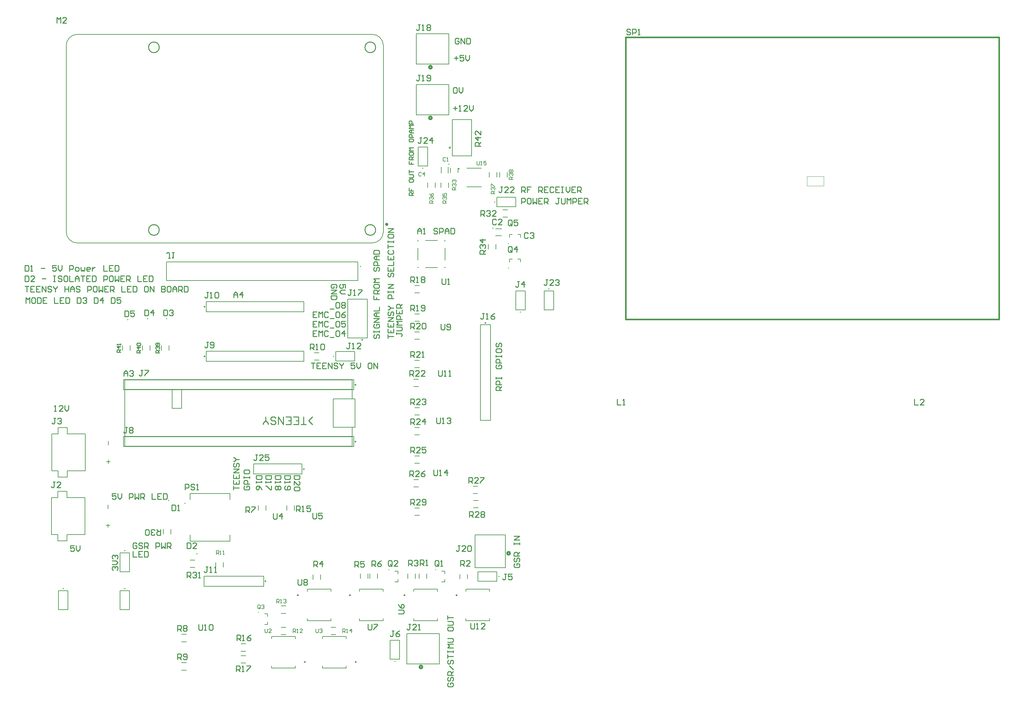
<source format=gto>
G04*
G04 #@! TF.GenerationSoftware,Altium Limited,Altium Designer,22.11.1 (43)*
G04*
G04 Layer_Color=65535*
%FSLAX44Y44*%
%MOMM*%
G71*
G04*
G04 #@! TF.SameCoordinates,A751104F-70AC-404C-B97E-AE56B71AA5AB*
G04*
G04*
G04 #@! TF.FilePolarity,Positive*
G04*
G01*
G75*
%ADD10C,0.2500*%
%ADD11C,0.1524*%
%ADD12C,0.2000*%
%ADD13C,0.0000*%
%ADD14C,0.5080*%
%ADD15C,0.1270*%
%ADD16C,0.4000*%
%ADD17C,0.2540*%
%ADD18C,0.3000*%
%ADD19C,0.0508*%
%ADD20C,0.1540*%
D10*
X779410Y624840D02*
G03*
X779410Y624840I-1250J0D01*
G01*
X935770Y971800D02*
G03*
X935770Y971800I-1250J0D01*
G01*
X1266170Y1016920D02*
G03*
X1266170Y1016920I-1250J0D01*
G01*
X917900Y850900D02*
G03*
X917900Y850900I-1250J0D01*
G01*
Y698500D02*
G03*
X917900Y698500I-1250J0D01*
G01*
X513350Y1060450D02*
G03*
X513350Y1060450I-1250J0D01*
G01*
Y927100D02*
G03*
X513350Y927100I-1250J0D01*
G01*
X676600Y323850D02*
G03*
X676600Y323850I-1250J0D01*
G01*
D11*
X1171702Y1487170D02*
G03*
X1171702Y1487170I-2032J0D01*
G01*
X1167892Y1442720D02*
G03*
X1167892Y1442720I-762J0D01*
G01*
X1286002Y1271270D02*
G03*
X1286002Y1271270I-762J0D01*
G01*
X656717Y514514D02*
Y526886D01*
X676783Y514514D02*
Y526886D01*
X732917Y514514D02*
Y526886D01*
X752983Y514514D02*
Y526886D01*
X1228120Y1464945D02*
Y1562735D01*
X1176050D02*
X1228120D01*
X1176050Y1464945D02*
Y1562735D01*
Y1464945D02*
X1228120D01*
X1146430Y1419438D02*
Y1435522D01*
X1164970Y1419438D02*
Y1435522D01*
X1275207Y1408594D02*
Y1420966D01*
X1295273Y1408594D02*
Y1420966D01*
X365633Y943774D02*
Y956146D01*
X345567Y943774D02*
Y956146D01*
X312293Y943774D02*
Y956146D01*
X292227Y943774D02*
Y956146D01*
X416433Y943774D02*
Y956146D01*
X396367Y943774D02*
Y956146D01*
X1292438Y1250570D02*
X1308522D01*
X1292438Y1269110D02*
X1308522D01*
X1323213Y1408594D02*
Y1420966D01*
X1303147Y1408594D02*
Y1420966D01*
X1191133Y1420278D02*
Y1432650D01*
X1171067Y1420278D02*
Y1432650D01*
X1312074Y1300607D02*
X1324446D01*
X1312074Y1320673D02*
X1324446D01*
X1292733Y1215554D02*
Y1227926D01*
X1272667Y1215554D02*
Y1227926D01*
X1165733Y1380654D02*
Y1393026D01*
X1145667Y1380654D02*
Y1393026D01*
X1130173Y1380654D02*
Y1393026D01*
X1110107Y1380654D02*
Y1393026D01*
X1237627Y448140D02*
X1318653D01*
X1237627Y360510D02*
Y448140D01*
Y360510D02*
X1318653D01*
Y448140D01*
X1141560Y102247D02*
Y183273D01*
X1053930D02*
X1141560D01*
X1053930Y102247D02*
Y183273D01*
Y102247D02*
X1141560D01*
X473874Y380873D02*
X486246D01*
X473874Y360807D02*
X486246D01*
X421513Y451014D02*
Y463386D01*
X401447Y451014D02*
Y463386D01*
X1233334Y540893D02*
X1245706D01*
X1233334Y520827D02*
X1245706D01*
X1073314Y576707D02*
X1085686D01*
X1073314Y596773D02*
X1085686D01*
X1231810Y578993D02*
X1244182D01*
X1231810Y558927D02*
X1244182D01*
X1075854Y500507D02*
X1088226D01*
X1075854Y520573D02*
X1088226D01*
X1166960Y1711567D02*
Y1792593D01*
X1079330D02*
X1166960D01*
X1079330Y1711567D02*
Y1792593D01*
Y1711567D02*
X1166960D01*
Y1575447D02*
Y1656473D01*
X1079330D02*
X1166960D01*
X1079330Y1575447D02*
Y1656473D01*
Y1575447D02*
X1166960D01*
X1083818Y1237742D02*
X1085392D01*
X1156462Y1165098D02*
Y1166672D01*
X1154888Y1237742D02*
X1156462D01*
X1083818Y1236168D02*
Y1237742D01*
Y1165098D02*
X1085392D01*
X1083818D02*
Y1166672D01*
X1104088Y1165098D02*
X1136192D01*
X1156462Y1185368D02*
Y1217472D01*
X1154888Y1165098D02*
X1156462D01*
X1104088Y1237742D02*
X1136192D01*
X1156462Y1236168D02*
Y1237742D01*
X1083818Y1185368D02*
Y1217472D01*
X1075854Y1097407D02*
X1088226D01*
X1075854Y1117473D02*
X1088226D01*
X1075854Y1021207D02*
X1088226D01*
X1075854Y1041273D02*
X1088226D01*
X1075854Y972947D02*
X1088226D01*
X1075854Y993013D02*
X1088226D01*
X1075854Y896747D02*
X1088226D01*
X1075854Y916813D02*
X1088226D01*
X1073314Y845947D02*
X1085686D01*
X1073314Y866013D02*
X1085686D01*
X1075854Y769747D02*
X1088226D01*
X1075854Y789813D02*
X1088226D01*
X1075854Y716407D02*
X1088226D01*
X1075854Y736473D02*
X1088226D01*
X1075854Y640207D02*
X1088226D01*
X1075854Y660273D02*
X1088226D01*
X1087247Y331634D02*
Y344006D01*
X1107313Y331634D02*
Y344006D01*
X975233Y331634D02*
Y344006D01*
X955167Y331634D02*
Y344006D01*
X949833Y331634D02*
Y344006D01*
X929767Y331634D02*
Y344006D01*
X609764Y124333D02*
X622136D01*
X609764Y104267D02*
X622136D01*
X609764Y156083D02*
X622136D01*
X609764Y136017D02*
X622136D01*
X717714Y200533D02*
X730086D01*
X717714Y180467D02*
X730086D01*
X851064Y200533D02*
X863436D01*
X851064Y180467D02*
X863436D01*
X806614Y937133D02*
X818986D01*
X806614Y917067D02*
X818986D01*
X562483Y362114D02*
Y374486D01*
X542417Y362114D02*
Y374486D01*
X717714Y257683D02*
X730086D01*
X717714Y237617D02*
X730086D01*
X451014Y161417D02*
X463386D01*
X451014Y181483D02*
X463386D01*
X451014Y85217D02*
X463386D01*
X451014Y105283D02*
X463386D01*
X802767Y329094D02*
Y341466D01*
X822833Y329094D02*
Y341466D01*
X1196467Y330364D02*
Y342736D01*
X1216533Y330364D02*
Y342736D01*
X1076833Y331634D02*
Y344006D01*
X1056767Y331634D02*
Y344006D01*
D12*
X1098280Y1432040D02*
G03*
X1098280Y1432040I-1000J0D01*
G01*
X1436100Y1107960D02*
G03*
X1436100Y1107960I-1000J0D01*
G01*
X1290800Y1341120D02*
G03*
X1290800Y1341120I-1000J0D01*
G01*
X1195040Y1430210D02*
G03*
X1195040Y1430210I-1000J0D01*
G01*
X1302000Y336550D02*
G03*
X1302000Y336550I-1000J0D01*
G01*
X859000Y927100D02*
G03*
X859000Y927100I-1000J0D01*
G01*
X299450Y405650D02*
G03*
X299450Y405650I-1000J0D01*
G01*
Y304050D02*
G03*
X299450Y304050I-1000J0D01*
G01*
X134350D02*
G03*
X134350Y304050I-1000J0D01*
G01*
X1023350Y108700D02*
G03*
X1023350Y108700I-1000J0D01*
G01*
X1359900Y1045960D02*
G03*
X1359900Y1045960I-1000J0D01*
G01*
X460550Y532800D02*
G03*
X460550Y532800I-1000J0D01*
G01*
X930800Y1168400D02*
G03*
X930800Y1168400I-1000J0D01*
G01*
X643660Y611390D02*
Y638290D01*
Y611390D02*
X773660D01*
Y638290D01*
X643660D02*
X773660D01*
X895870Y1081000D02*
X948170D01*
X895870Y976400D02*
Y1081000D01*
X948170Y976400D02*
Y1081000D01*
X895870Y976400D02*
X948170D01*
X1251470Y755420D02*
Y1012420D01*
X1278370D01*
Y755420D02*
Y1012420D01*
X1251470Y755420D02*
X1278370D01*
X294700Y837400D02*
X911800D01*
X294700D02*
Y864400D01*
X911800D01*
Y837400D02*
Y864400D01*
X294700Y685000D02*
X911800D01*
X294700D02*
Y712000D01*
X911800D01*
Y685000D02*
Y712000D01*
X516950Y1046950D02*
Y1073950D01*
Y1046950D02*
X778450D01*
Y1073950D01*
X516950D02*
X778450D01*
X516950Y913600D02*
Y940600D01*
Y913600D02*
X778450D01*
Y940600D01*
X516950D02*
X778450D01*
X510600Y310350D02*
X670500D01*
X510600D02*
Y337350D01*
X670500D01*
Y310350D02*
Y337350D01*
X410200Y1180465D02*
X923300D01*
X410200Y1130935D02*
X923300D01*
Y1180465D01*
X410200Y1130935D02*
Y1180465D01*
X882854Y185502D02*
Y195498D01*
X887852D01*
X889519Y193832D01*
Y190500D01*
X887852Y188834D01*
X882854D01*
X886186D02*
X889519Y185502D01*
X892851D02*
X896183D01*
X894517D01*
Y195498D01*
X892851Y193832D01*
X906180Y185502D02*
Y195498D01*
X901181Y190500D01*
X907846D01*
X705866Y265430D02*
Y275427D01*
X710864D01*
X712531Y273761D01*
Y270428D01*
X710864Y268762D01*
X705866D01*
X709198D02*
X712531Y265430D01*
X715863D02*
X719195D01*
X717529D01*
Y275427D01*
X715863Y273761D01*
X724193D02*
X725860Y275427D01*
X729192D01*
X730858Y273761D01*
Y272094D01*
X729192Y270428D01*
X727526D01*
X729192D01*
X730858Y268762D01*
Y267096D01*
X729192Y265430D01*
X725860D01*
X724193Y267096D01*
X749504Y185502D02*
Y195498D01*
X754502D01*
X756169Y193832D01*
Y190500D01*
X754502Y188834D01*
X749504D01*
X752836D02*
X756169Y185502D01*
X759501D02*
X762833D01*
X761167D01*
Y195498D01*
X759501Y193832D01*
X774496Y185502D02*
X767831D01*
X774496Y192166D01*
Y193832D01*
X772830Y195498D01*
X769498D01*
X767831Y193832D01*
X543560Y395478D02*
Y405475D01*
X548558D01*
X550224Y403809D01*
Y400476D01*
X548558Y398810D01*
X543560D01*
X546892D02*
X550224Y395478D01*
X553557D02*
X556889D01*
X555223D01*
Y405475D01*
X553557Y403809D01*
X561887Y395478D02*
X565220D01*
X563554D01*
Y405475D01*
X561887Y403809D01*
X661477Y251602D02*
Y258267D01*
X659810Y259933D01*
X656478D01*
X654812Y258267D01*
Y251602D01*
X656478Y249936D01*
X659810D01*
X658144Y253268D02*
X661477Y249936D01*
X659810D02*
X661477Y251602D01*
X664809Y258267D02*
X666475Y259933D01*
X669807D01*
X671473Y258267D01*
Y256600D01*
X669807Y254934D01*
X668141D01*
X669807D01*
X671473Y253268D01*
Y251602D01*
X669807Y249936D01*
X666475D01*
X664809Y251602D01*
X674370Y195671D02*
Y187340D01*
X676036Y185674D01*
X679368D01*
X681034Y187340D01*
Y195671D01*
X691031Y185674D02*
X684367D01*
X691031Y192339D01*
Y194005D01*
X689365Y195671D01*
X686033D01*
X684367Y194005D01*
X810768Y195671D02*
Y187340D01*
X812434Y185674D01*
X815766D01*
X817432Y187340D01*
Y195671D01*
X820765Y194005D02*
X822431Y195671D01*
X825763D01*
X827429Y194005D01*
Y192339D01*
X825763Y190672D01*
X824097D01*
X825763D01*
X827429Y189006D01*
Y187340D01*
X825763Y185674D01*
X822431D01*
X820765Y187340D01*
D13*
X307530Y1025380D02*
G03*
X307530Y1025380I-1270J0D01*
G01*
X360870Y1027920D02*
G03*
X360870Y1027920I-1270J0D01*
G01*
X411670D02*
G03*
X411670Y1027920I-1270J0D01*
G01*
X1327320Y1163940D02*
G03*
X1327320Y1163940I-1000J0D01*
G01*
Y1229980D02*
G03*
X1327320Y1229980I-1000J0D01*
G01*
X493250Y397320D02*
G03*
X493250Y397320I-1270J0D01*
G01*
X416750Y540240D02*
G03*
X416750Y540240I-1270J0D01*
G01*
X657800Y240250D02*
G03*
X657800Y240250I-1000J0D01*
G01*
X1007050Y354550D02*
G03*
X1007050Y354550I-1000J0D01*
G01*
X1132350D02*
G03*
X1132350Y354550I-1000J0D01*
G01*
D14*
X1330960Y398780D02*
G03*
X1330960Y398780I-3810J0D01*
G01*
X1096010Y93750D02*
G03*
X1096010Y93750I-3810J0D01*
G01*
X1121410Y1703070D02*
G03*
X1121410Y1703070I-3810J0D01*
G01*
Y1566950D02*
G03*
X1121410Y1566950I-3810J0D01*
G01*
D15*
X961420Y1231300D02*
G03*
X991420Y1261300I0J30000D01*
G01*
X141420D02*
G03*
X171420Y1231300I30000J0D01*
G01*
Y1791300D02*
G03*
X141420Y1761300I0J-30000D01*
G01*
X991420D02*
G03*
X961420Y1791300I-30000J0D01*
G01*
X1084580Y1437640D02*
X1109980D01*
Y1488440D01*
X1084580D02*
X1109980D01*
X1084580Y1437640D02*
Y1488440D01*
X254580Y639680D02*
Y649680D01*
X249580Y644680D02*
X259580D01*
X254580Y689680D02*
Y699680D01*
X192580Y620180D02*
Y719180D01*
X144580Y620180D02*
X192580D01*
X144580Y603180D02*
Y620180D01*
X119580Y603180D02*
X144580D01*
X119580D02*
Y620180D01*
X102580D02*
X119580D01*
X102580D02*
Y719180D01*
X119580D01*
Y736180D01*
X144580D01*
Y719180D02*
Y736180D01*
Y719180D02*
X192580D01*
X1422400Y1102360D02*
X1447800D01*
X1422400Y1051560D02*
Y1102360D01*
Y1051560D02*
X1447800D01*
Y1102360D01*
X1295400Y1353820D02*
X1346200D01*
Y1328420D02*
Y1353820D01*
X1295400Y1328420D02*
X1346200D01*
X1295400D02*
Y1353820D01*
X1214940Y1381910D02*
X1253940D01*
X1214940Y1432410D02*
X1253940D01*
X1329820Y1180440D02*
Y1188440D01*
X1358820Y1180440D02*
Y1188440D01*
X1351820D02*
X1358820D01*
X1329820D02*
X1336820D01*
X1329820Y1254480D02*
X1336820D01*
X1351820D02*
X1358820D01*
Y1246480D02*
Y1254480D01*
X1329820Y1246480D02*
Y1254480D01*
X1295400Y323850D02*
Y349250D01*
X1244600D02*
X1295400D01*
X1244600Y323850D02*
Y349250D01*
Y323850D02*
X1295400D01*
X863600Y914400D02*
Y939800D01*
Y914400D02*
X914400D01*
Y939800D01*
X863600D02*
X914400D01*
X171420Y1231300D02*
X961420D01*
X141420Y1261300D02*
Y1761300D01*
X171420Y1791300D02*
X961420D01*
X991420Y1261300D02*
Y1761300D01*
X425450Y787400D02*
Y838200D01*
X450850Y787400D02*
Y838200D01*
X425450Y787400D02*
X450850D01*
X298450Y863600D02*
X908050D01*
X450850Y838200D02*
X908050D01*
X425450D02*
X450850D01*
X298450D02*
X425450D01*
X298450Y711200D02*
Y838200D01*
Y711200D02*
X908050D01*
Y838200D02*
Y863600D01*
Y685800D02*
Y711200D01*
X298450Y838200D02*
Y863600D01*
Y685800D02*
Y711200D01*
X857250Y736600D02*
X908050D01*
X857250D02*
Y812800D01*
X908050D01*
Y711200D02*
Y736600D01*
Y812800D02*
Y838200D01*
Y812800D02*
X915670D01*
X908050Y736600D02*
X915670D01*
Y812800D01*
X298450Y685800D02*
X908050D01*
X285750Y400050D02*
X311150D01*
X285750Y349250D02*
Y400050D01*
Y349250D02*
X311150D01*
Y400050D01*
X285750Y298450D02*
X311150D01*
X285750Y247650D02*
Y298450D01*
Y247650D02*
X311150D01*
Y298450D01*
X120650D02*
X146050D01*
X120650Y247650D02*
Y298450D01*
Y247650D02*
X146050D01*
Y298450D01*
X692400Y175900D02*
X755400D01*
X755650Y169850D02*
Y175850D01*
X692150Y169850D02*
Y175850D01*
X755650Y90800D02*
Y96850D01*
X692150Y90800D02*
X755650D01*
X692150D02*
Y96850D01*
X927350Y217800D02*
X990350D01*
X927100Y217850D02*
Y223850D01*
X990600Y217850D02*
Y223850D01*
X927100Y296850D02*
Y302900D01*
X990600D01*
Y296850D02*
Y302900D01*
X681300Y229750D02*
Y236750D01*
Y207750D02*
Y214750D01*
X673300Y207750D02*
X681300D01*
X673300Y236750D02*
X681300D01*
X828950Y175900D02*
X891950D01*
X892200Y169850D02*
Y175850D01*
X828700Y169850D02*
Y175850D01*
X892200Y90800D02*
Y96850D01*
X828700Y90800D02*
X892200D01*
X828700D02*
Y96850D01*
X1276350Y296850D02*
Y302900D01*
X1212850D02*
X1276350D01*
X1212850Y296850D02*
Y302900D01*
X1276350Y217850D02*
Y223850D01*
X1212850Y217850D02*
Y223850D01*
X1213100Y217800D02*
X1276100D01*
X1073400D02*
X1136400D01*
X1073150Y217850D02*
Y223850D01*
X1136650Y217850D02*
Y223850D01*
X1073150Y296850D02*
Y302900D01*
X1136650D01*
Y296850D02*
Y302900D01*
X1009650Y114300D02*
X1035050D01*
Y165100D01*
X1009650D02*
X1035050D01*
X1009650Y114300D02*
Y165100D01*
X1022550Y351050D02*
X1030550D01*
X1022550Y322050D02*
X1030550D01*
Y329050D01*
Y344050D02*
Y351050D01*
X1147850D02*
X1155850D01*
X1147850Y322050D02*
X1155850D01*
Y329050D01*
Y344050D02*
Y351050D01*
X850900Y296850D02*
Y302900D01*
X787400D02*
X850900D01*
X787400Y296850D02*
Y302900D01*
X850900Y217850D02*
Y223850D01*
X787400Y217850D02*
Y223850D01*
X787650Y217800D02*
X850650D01*
X1346200Y1051560D02*
X1371600D01*
Y1102360D01*
X1346200D02*
X1371600D01*
X1346200Y1051560D02*
Y1102360D01*
X143640Y547740D02*
X191640D01*
X143640D02*
Y564740D01*
X118640D02*
X143640D01*
X118640Y547740D02*
Y564740D01*
X101640Y547740D02*
X118640D01*
X101640Y448740D02*
Y547740D01*
Y448740D02*
X118640D01*
Y431740D02*
Y448740D01*
Y431740D02*
X143640D01*
Y448740D01*
X191640D01*
Y547740D01*
X253640Y518240D02*
Y528240D01*
X248640Y473240D02*
X258640D01*
X253640Y468240D02*
Y478240D01*
X580550Y431550D02*
Y447900D01*
X473550Y431550D02*
X580550D01*
X473550D02*
Y447900D01*
X580550Y542700D02*
Y559050D01*
X473550D02*
X580550D01*
X473550Y542700D02*
Y559050D01*
D16*
X1002420Y1281300D02*
G03*
X1002420Y1281300I-2000J0D01*
G01*
X2641600Y1026160D02*
Y1783080D01*
X1640840D02*
X2641600D01*
X1640840Y1026160D02*
Y1783080D01*
Y1026160D02*
X2641600D01*
D17*
X970669Y1266300D02*
G03*
X970669Y1266300I-14249J0D01*
G01*
X390669D02*
G03*
X390669Y1266300I-14249J0D01*
G01*
Y1756300D02*
G03*
X390669Y1756300I-14249J0D01*
G01*
X970669D02*
G03*
X970669Y1756300I-14249J0D01*
G01*
X619764Y579117D02*
X617225Y576577D01*
Y571499D01*
X619764Y568960D01*
X629921D01*
X632460Y571499D01*
Y576577D01*
X629921Y579117D01*
X624842D01*
Y574038D01*
X632460Y584195D02*
X617225D01*
Y591813D01*
X619764Y594352D01*
X624842D01*
X627382Y591813D01*
Y584195D01*
X617225Y599430D02*
Y604509D01*
Y601969D01*
X632460D01*
Y599430D01*
Y604509D01*
X617225Y619744D02*
Y614665D01*
X619764Y612126D01*
X629921D01*
X632460Y614665D01*
Y619744D01*
X629921Y622283D01*
X619764D01*
X617225Y619744D01*
X589285Y568960D02*
Y579117D01*
Y574038D01*
X604520D01*
X589285Y594352D02*
Y584195D01*
X604520D01*
Y594352D01*
X596903Y584195D02*
Y589273D01*
X589285Y609587D02*
Y599430D01*
X604520D01*
Y609587D01*
X596903Y599430D02*
Y604509D01*
X604520Y614665D02*
X589285D01*
X604520Y624822D01*
X589285D01*
X591824Y640057D02*
X589285Y637518D01*
Y632439D01*
X591824Y629900D01*
X594363D01*
X596903Y632439D01*
Y637518D01*
X599442Y640057D01*
X601981D01*
X604520Y637518D01*
Y632439D01*
X601981Y629900D01*
X589285Y645135D02*
X591824D01*
X596903Y650214D01*
X591824Y655292D01*
X589285D01*
X596903Y650214D02*
X604520D01*
X665475Y607060D02*
X650240D01*
Y599442D01*
X652779Y596903D01*
X662936D01*
X665475Y599442D01*
Y607060D01*
X650240Y591825D02*
Y586747D01*
Y589286D01*
X665475D01*
X662936Y591825D01*
X665475Y568972D02*
X662936Y574051D01*
X657858Y579129D01*
X652779D01*
X650240Y576590D01*
Y571511D01*
X652779Y568972D01*
X655318D01*
X657858Y571511D01*
Y579129D01*
X690875Y607060D02*
X675640D01*
Y599442D01*
X678179Y596903D01*
X688336D01*
X690875Y599442D01*
Y607060D01*
X675640Y591825D02*
Y586747D01*
Y589286D01*
X690875D01*
X688336Y591825D01*
X690875Y579129D02*
Y568972D01*
X688336D01*
X678179Y579129D01*
X675640D01*
X716275Y607060D02*
X701040D01*
Y599442D01*
X703579Y596903D01*
X713736D01*
X716275Y599442D01*
Y607060D01*
X701040Y591825D02*
Y586747D01*
Y589286D01*
X716275D01*
X713736Y591825D01*
Y579129D02*
X716275Y576590D01*
Y571511D01*
X713736Y568972D01*
X711197D01*
X708658Y571511D01*
X706118Y568972D01*
X703579D01*
X701040Y571511D01*
Y576590D01*
X703579Y579129D01*
X706118D01*
X708658Y576590D01*
X711197Y579129D01*
X713736D01*
X708658Y576590D02*
Y571511D01*
X741675Y607060D02*
X726440D01*
Y599442D01*
X728979Y596903D01*
X739136D01*
X741675Y599442D01*
Y607060D01*
X726440Y591825D02*
Y586747D01*
Y589286D01*
X741675D01*
X739136Y591825D01*
X728979Y579129D02*
X726440Y576590D01*
Y571511D01*
X728979Y568972D01*
X739136D01*
X741675Y571511D01*
Y576590D01*
X739136Y579129D01*
X736597D01*
X734057Y576590D01*
Y568972D01*
X622304Y508003D02*
Y523237D01*
X629922D01*
X632461Y520698D01*
Y515620D01*
X629922Y513081D01*
X622304D01*
X627383D02*
X632461Y508003D01*
X637539Y523237D02*
X647696D01*
Y520698D01*
X637539Y510542D01*
Y508003D01*
X758196Y510542D02*
Y525778D01*
X765814D01*
X768353Y523238D01*
Y518160D01*
X765814Y515621D01*
X758196D01*
X763275D02*
X768353Y510542D01*
X773431D02*
X778510D01*
X775970D01*
Y525778D01*
X773431Y523238D01*
X796284Y525778D02*
X786127D01*
Y518160D01*
X791206Y520699D01*
X793745D01*
X796284Y518160D01*
Y513082D01*
X793745Y510542D01*
X788666D01*
X786127Y513082D01*
X767075Y607060D02*
X751840D01*
Y599442D01*
X754379Y596903D01*
X764536D01*
X767075Y599442D01*
Y607060D01*
X751840Y581668D02*
Y591825D01*
X761997Y581668D01*
X764536D01*
X767075Y584207D01*
Y589286D01*
X764536Y591825D01*
Y576590D02*
X767075Y574051D01*
Y568972D01*
X764536Y566433D01*
X754379D01*
X751840Y568972D01*
Y574051D01*
X754379Y576590D01*
X764536D01*
X654047Y663443D02*
X648968D01*
X651507D01*
Y650747D01*
X648968Y648208D01*
X646429D01*
X643890Y650747D01*
X669282Y648208D02*
X659125D01*
X669282Y658365D01*
Y660904D01*
X666743Y663443D01*
X661664D01*
X659125Y660904D01*
X684517Y663443D02*
X674360D01*
Y655826D01*
X679438Y658365D01*
X681978D01*
X684517Y655826D01*
Y650747D01*
X681978Y648208D01*
X676899D01*
X674360Y650747D01*
X1071880Y1358900D02*
X1059884D01*
Y1364898D01*
X1061883Y1366897D01*
X1065882D01*
X1067881Y1364898D01*
Y1358900D01*
Y1362899D02*
X1071880Y1366897D01*
X1059884Y1378893D02*
Y1370896D01*
X1065882D01*
Y1374895D01*
Y1370896D01*
X1071880D01*
X1059884Y1400886D02*
Y1396888D01*
X1061883Y1394888D01*
X1069881D01*
X1071880Y1396888D01*
Y1400886D01*
X1069881Y1402886D01*
X1061883D01*
X1059884Y1400886D01*
Y1406884D02*
X1069881D01*
X1071880Y1408884D01*
Y1412883D01*
X1069881Y1414882D01*
X1059884D01*
Y1418881D02*
Y1426878D01*
Y1422879D01*
X1071880D01*
X1059884Y1450870D02*
Y1442873D01*
X1065882D01*
Y1446871D01*
Y1442873D01*
X1071880D01*
Y1454869D02*
X1059884D01*
Y1460867D01*
X1061883Y1462866D01*
X1065882D01*
X1067881Y1460867D01*
Y1454869D01*
Y1458868D02*
X1071880Y1462866D01*
X1059884Y1472863D02*
Y1468864D01*
X1061883Y1466865D01*
X1069881D01*
X1071880Y1468864D01*
Y1472863D01*
X1069881Y1474863D01*
X1061883D01*
X1059884Y1472863D01*
X1071880Y1478861D02*
X1059884D01*
X1063883Y1482860D01*
X1059884Y1486859D01*
X1071880D01*
X1059884Y1508851D02*
Y1504853D01*
X1061883Y1502853D01*
X1069881D01*
X1071880Y1504853D01*
Y1508851D01*
X1069881Y1510851D01*
X1061883D01*
X1059884Y1508851D01*
X1071880Y1514850D02*
X1059884D01*
Y1520848D01*
X1061883Y1522847D01*
X1065882D01*
X1067881Y1520848D01*
Y1514850D01*
X1071880Y1526846D02*
X1063883D01*
X1059884Y1530844D01*
X1063883Y1534843D01*
X1071880D01*
X1065882D01*
Y1526846D01*
X1071880Y1538842D02*
X1059884D01*
X1063883Y1542840D01*
X1059884Y1546839D01*
X1071880D01*
Y1550838D02*
X1059884D01*
Y1556836D01*
X1061883Y1558835D01*
X1065882D01*
X1067881Y1556836D01*
Y1550838D01*
X1252217Y1490987D02*
X1236982D01*
Y1498604D01*
X1239522Y1501143D01*
X1244600D01*
X1247139Y1498604D01*
Y1490987D01*
Y1496065D02*
X1252217Y1501143D01*
Y1513839D02*
X1236982D01*
X1244600Y1506222D01*
Y1516378D01*
X1252217Y1531613D02*
Y1521457D01*
X1242061Y1531613D01*
X1239522D01*
X1236982Y1529074D01*
Y1523996D01*
X1239522Y1521457D01*
X1178560Y1645916D02*
X1181099Y1648455D01*
X1186178D01*
X1188717Y1645916D01*
Y1635759D01*
X1186178Y1633220D01*
X1181099D01*
X1178560Y1635759D01*
Y1645916D01*
X1193795Y1648455D02*
Y1638298D01*
X1198873Y1633220D01*
X1203952Y1638298D01*
Y1648455D01*
X1094483Y1514089D02*
X1089404D01*
X1091944D01*
Y1501393D01*
X1089404Y1498854D01*
X1086865D01*
X1084326Y1501393D01*
X1109718Y1498854D02*
X1099561D01*
X1109718Y1509011D01*
Y1511550D01*
X1107179Y1514089D01*
X1102100D01*
X1099561Y1511550D01*
X1122414Y1498854D02*
Y1514089D01*
X1114796Y1506472D01*
X1124953D01*
X2415032Y812287D02*
Y797052D01*
X2425189D01*
X2440424D02*
X2430267D01*
X2440424Y807209D01*
Y809748D01*
X2437885Y812287D01*
X2432806D01*
X2430267Y809748D01*
X33020Y1069340D02*
Y1084575D01*
X38098Y1079497D01*
X43177Y1084575D01*
Y1069340D01*
X55873Y1084575D02*
X50794D01*
X48255Y1082036D01*
Y1071879D01*
X50794Y1069340D01*
X55873D01*
X58412Y1071879D01*
Y1082036D01*
X55873Y1084575D01*
X63490D02*
Y1069340D01*
X71108D01*
X73647Y1071879D01*
Y1082036D01*
X71108Y1084575D01*
X63490D01*
X88882D02*
X78725D01*
Y1069340D01*
X88882D01*
X78725Y1076957D02*
X83804D01*
X109195Y1084575D02*
Y1069340D01*
X119352D01*
X134587Y1084575D02*
X124430D01*
Y1069340D01*
X134587D01*
X124430Y1076957D02*
X129509D01*
X139665Y1084575D02*
Y1069340D01*
X147283D01*
X149822Y1071879D01*
Y1082036D01*
X147283Y1084575D01*
X139665D01*
X170136D02*
Y1069340D01*
X177753D01*
X180292Y1071879D01*
Y1082036D01*
X177753Y1084575D01*
X170136D01*
X185371Y1082036D02*
X187910Y1084575D01*
X192988D01*
X195527Y1082036D01*
Y1079497D01*
X192988Y1076957D01*
X190449D01*
X192988D01*
X195527Y1074418D01*
Y1071879D01*
X192988Y1069340D01*
X187910D01*
X185371Y1071879D01*
X215841Y1084575D02*
Y1069340D01*
X223458D01*
X225998Y1071879D01*
Y1082036D01*
X223458Y1084575D01*
X215841D01*
X238694Y1069340D02*
Y1084575D01*
X231076Y1076957D01*
X241233D01*
X261546Y1084575D02*
Y1069340D01*
X269164D01*
X271703Y1071879D01*
Y1082036D01*
X269164Y1084575D01*
X261546D01*
X286938D02*
X276781D01*
Y1076957D01*
X281859Y1079497D01*
X284399D01*
X286938Y1076957D01*
Y1071879D01*
X284399Y1069340D01*
X279320D01*
X276781Y1071879D01*
X30480Y1115055D02*
X40637D01*
X35558D01*
Y1099820D01*
X55872Y1115055D02*
X45715D01*
Y1099820D01*
X55872D01*
X45715Y1107438D02*
X50793D01*
X71107Y1115055D02*
X60950D01*
Y1099820D01*
X71107D01*
X60950Y1107438D02*
X66028D01*
X76185Y1099820D02*
Y1115055D01*
X86342Y1099820D01*
Y1115055D01*
X101577Y1112516D02*
X99038Y1115055D01*
X93960D01*
X91420Y1112516D01*
Y1109977D01*
X93960Y1107438D01*
X99038D01*
X101577Y1104898D01*
Y1102359D01*
X99038Y1099820D01*
X93960D01*
X91420Y1102359D01*
X106655Y1115055D02*
Y1112516D01*
X111734Y1107438D01*
X116812Y1112516D01*
Y1115055D01*
X111734Y1107438D02*
Y1099820D01*
X137126Y1115055D02*
Y1099820D01*
Y1107438D01*
X147282D01*
Y1115055D01*
Y1099820D01*
X152361D02*
Y1109977D01*
X157439Y1115055D01*
X162517Y1109977D01*
Y1099820D01*
Y1107438D01*
X152361D01*
X177752Y1112516D02*
X175213Y1115055D01*
X170135D01*
X167596Y1112516D01*
Y1109977D01*
X170135Y1107438D01*
X175213D01*
X177752Y1104898D01*
Y1102359D01*
X175213Y1099820D01*
X170135D01*
X167596Y1102359D01*
X198066Y1099820D02*
Y1115055D01*
X205683D01*
X208223Y1112516D01*
Y1107438D01*
X205683Y1104898D01*
X198066D01*
X220918Y1115055D02*
X215840D01*
X213301Y1112516D01*
Y1102359D01*
X215840Y1099820D01*
X220918D01*
X223458Y1102359D01*
Y1112516D01*
X220918Y1115055D01*
X228536D02*
Y1099820D01*
X233614Y1104898D01*
X238693Y1099820D01*
Y1115055D01*
X253928D02*
X243771D01*
Y1099820D01*
X253928D01*
X243771Y1107438D02*
X248849D01*
X259006Y1099820D02*
Y1115055D01*
X266624D01*
X269163Y1112516D01*
Y1107438D01*
X266624Y1104898D01*
X259006D01*
X264084D02*
X269163Y1099820D01*
X289476Y1115055D02*
Y1099820D01*
X299633D01*
X314868Y1115055D02*
X304711D01*
Y1099820D01*
X314868D01*
X304711Y1107438D02*
X309790D01*
X319946Y1115055D02*
Y1099820D01*
X327564D01*
X330103Y1102359D01*
Y1112516D01*
X327564Y1115055D01*
X319946D01*
X358034D02*
X352956D01*
X350416Y1112516D01*
Y1102359D01*
X352956Y1099820D01*
X358034D01*
X360573Y1102359D01*
Y1112516D01*
X358034Y1115055D01*
X365652Y1099820D02*
Y1115055D01*
X375808Y1099820D01*
Y1115055D01*
X396122D02*
Y1099820D01*
X403739D01*
X406278Y1102359D01*
Y1104898D01*
X403739Y1107438D01*
X396122D01*
X403739D01*
X406278Y1109977D01*
Y1112516D01*
X403739Y1115055D01*
X396122D01*
X418974D02*
X413896D01*
X411357Y1112516D01*
Y1102359D01*
X413896Y1099820D01*
X418974D01*
X421513Y1102359D01*
Y1112516D01*
X418974Y1115055D01*
X426592Y1099820D02*
Y1109977D01*
X431670Y1115055D01*
X436749Y1109977D01*
Y1099820D01*
Y1107438D01*
X426592D01*
X441827Y1099820D02*
Y1115055D01*
X449445D01*
X451984Y1112516D01*
Y1107438D01*
X449445Y1104898D01*
X441827D01*
X446905D02*
X451984Y1099820D01*
X457062Y1115055D02*
Y1099820D01*
X464680D01*
X467219Y1102359D01*
Y1112516D01*
X464680Y1115055D01*
X457062D01*
X30480Y1142995D02*
Y1127760D01*
X38098D01*
X40637Y1130299D01*
Y1140456D01*
X38098Y1142995D01*
X30480D01*
X55872Y1127760D02*
X45715D01*
X55872Y1137917D01*
Y1140456D01*
X53333Y1142995D01*
X48254D01*
X45715Y1140456D01*
X76185Y1135378D02*
X86342D01*
X106655Y1142995D02*
X111734D01*
X109194D01*
Y1127760D01*
X106655D01*
X111734D01*
X129508Y1140456D02*
X126969Y1142995D01*
X121890D01*
X119351Y1140456D01*
Y1137917D01*
X121890Y1135378D01*
X126969D01*
X129508Y1132838D01*
Y1130299D01*
X126969Y1127760D01*
X121890D01*
X119351Y1130299D01*
X142204Y1142995D02*
X137126D01*
X134586Y1140456D01*
Y1130299D01*
X137126Y1127760D01*
X142204D01*
X144743Y1130299D01*
Y1140456D01*
X142204Y1142995D01*
X149821D02*
Y1127760D01*
X159978D01*
X165056D02*
Y1137917D01*
X170135Y1142995D01*
X175213Y1137917D01*
Y1127760D01*
Y1135378D01*
X165056D01*
X180292Y1142995D02*
X190448D01*
X185370D01*
Y1127760D01*
X205683Y1142995D02*
X195527D01*
Y1127760D01*
X205683D01*
X195527Y1135378D02*
X200605D01*
X210762Y1142995D02*
Y1127760D01*
X218379D01*
X220918Y1130299D01*
Y1140456D01*
X218379Y1142995D01*
X210762D01*
X241232Y1127760D02*
Y1142995D01*
X248849D01*
X251388Y1140456D01*
Y1135378D01*
X248849Y1132838D01*
X241232D01*
X264084Y1142995D02*
X259006D01*
X256467Y1140456D01*
Y1130299D01*
X259006Y1127760D01*
X264084D01*
X266624Y1130299D01*
Y1140456D01*
X264084Y1142995D01*
X271702D02*
Y1127760D01*
X276780Y1132838D01*
X281859Y1127760D01*
Y1142995D01*
X297094D02*
X286937D01*
Y1127760D01*
X297094D01*
X286937Y1135378D02*
X292015D01*
X302172Y1127760D02*
Y1142995D01*
X309790D01*
X312329Y1140456D01*
Y1135378D01*
X309790Y1132838D01*
X302172D01*
X307250D02*
X312329Y1127760D01*
X332642Y1142995D02*
Y1127760D01*
X342799D01*
X358034Y1142995D02*
X347877D01*
Y1127760D01*
X358034D01*
X347877Y1135378D02*
X352956D01*
X363112Y1142995D02*
Y1127760D01*
X370730D01*
X373269Y1130299D01*
Y1140456D01*
X370730Y1142995D01*
X363112D01*
X30480Y1170935D02*
Y1155700D01*
X38098D01*
X40637Y1158239D01*
Y1168396D01*
X38098Y1170935D01*
X30480D01*
X45715Y1155700D02*
X50793D01*
X48254D01*
Y1170935D01*
X45715Y1168396D01*
X73646Y1163317D02*
X83803D01*
X114273Y1170935D02*
X104116D01*
Y1163317D01*
X109194Y1165857D01*
X111734D01*
X114273Y1163317D01*
Y1158239D01*
X111734Y1155700D01*
X106655D01*
X104116Y1158239D01*
X119351Y1170935D02*
Y1160778D01*
X124430Y1155700D01*
X129508Y1160778D01*
Y1170935D01*
X149821Y1155700D02*
Y1170935D01*
X157439D01*
X159978Y1168396D01*
Y1163317D01*
X157439Y1160778D01*
X149821D01*
X167596Y1155700D02*
X172674D01*
X175213Y1158239D01*
Y1163317D01*
X172674Y1165857D01*
X167596D01*
X165056Y1163317D01*
Y1158239D01*
X167596Y1155700D01*
X180292Y1165857D02*
Y1158239D01*
X182831Y1155700D01*
X185370Y1158239D01*
X187909Y1155700D01*
X190448Y1158239D01*
Y1165857D01*
X203144Y1155700D02*
X198066D01*
X195527Y1158239D01*
Y1163317D01*
X198066Y1165857D01*
X203144D01*
X205683Y1163317D01*
Y1160778D01*
X195527D01*
X210762Y1165857D02*
Y1155700D01*
Y1160778D01*
X213301Y1163317D01*
X215840Y1165857D01*
X218379D01*
X241232Y1170935D02*
Y1155700D01*
X251388D01*
X266624Y1170935D02*
X256467D01*
Y1155700D01*
X266624D01*
X256467Y1163317D02*
X261545D01*
X271702Y1170935D02*
Y1155700D01*
X279319D01*
X281859Y1158239D01*
Y1168396D01*
X279319Y1170935D01*
X271702D01*
X320040Y403855D02*
Y388620D01*
X330197D01*
X345432Y403855D02*
X335275D01*
Y388620D01*
X345432D01*
X335275Y396237D02*
X340353D01*
X350510Y403855D02*
Y388620D01*
X358128D01*
X360667Y391159D01*
Y401316D01*
X358128Y403855D01*
X350510D01*
X1026165Y990597D02*
Y985518D01*
Y988057D01*
X1038861D01*
X1041400Y985518D01*
Y982979D01*
X1038861Y980440D01*
X1026165Y995675D02*
X1038861D01*
X1041400Y998214D01*
Y1003293D01*
X1038861Y1005832D01*
X1026165D01*
X1041400Y1010910D02*
X1026165D01*
X1031243Y1015988D01*
X1026165Y1021067D01*
X1041400D01*
Y1026145D02*
X1026165D01*
Y1033763D01*
X1028704Y1036302D01*
X1033783D01*
X1036322Y1033763D01*
Y1026145D01*
X1026165Y1051537D02*
Y1041380D01*
X1041400D01*
Y1051537D01*
X1033783Y1041380D02*
Y1046459D01*
X1041400Y1056615D02*
X1026165D01*
Y1064233D01*
X1028704Y1066772D01*
X1033783D01*
X1036322Y1064233D01*
Y1056615D01*
Y1061694D02*
X1041400Y1066772D01*
X1003305Y975360D02*
Y985517D01*
Y980438D01*
X1018540D01*
X1003305Y1000752D02*
Y990595D01*
X1018540D01*
Y1000752D01*
X1010922Y990595D02*
Y995673D01*
X1003305Y1015987D02*
Y1005830D01*
X1018540D01*
Y1015987D01*
X1010922Y1005830D02*
Y1010909D01*
X1018540Y1021065D02*
X1003305D01*
X1018540Y1031222D01*
X1003305D01*
X1005844Y1046457D02*
X1003305Y1043918D01*
Y1038839D01*
X1005844Y1036300D01*
X1008383D01*
X1010922Y1038839D01*
Y1043918D01*
X1013462Y1046457D01*
X1016001D01*
X1018540Y1043918D01*
Y1038839D01*
X1016001Y1036300D01*
X1003305Y1051535D02*
X1005844D01*
X1010922Y1056614D01*
X1005844Y1061692D01*
X1003305D01*
X1010922Y1056614D02*
X1018540D01*
Y1082005D02*
X1003305D01*
Y1089623D01*
X1005844Y1092162D01*
X1010922D01*
X1013462Y1089623D01*
Y1082005D01*
X1003305Y1097241D02*
Y1102319D01*
Y1099780D01*
X1018540D01*
Y1097241D01*
Y1102319D01*
Y1109937D02*
X1003305D01*
X1018540Y1120093D01*
X1003305D01*
X1005844Y1150563D02*
X1003305Y1148024D01*
Y1142946D01*
X1005844Y1140407D01*
X1008383D01*
X1010922Y1142946D01*
Y1148024D01*
X1013462Y1150563D01*
X1016001D01*
X1018540Y1148024D01*
Y1142946D01*
X1016001Y1140407D01*
X1003305Y1165798D02*
Y1155642D01*
X1018540D01*
Y1165798D01*
X1010922Y1155642D02*
Y1160720D01*
X1003305Y1170877D02*
X1018540D01*
Y1181033D01*
X1003305Y1196268D02*
Y1186112D01*
X1018540D01*
Y1196268D01*
X1010922Y1186112D02*
Y1191190D01*
X1005844Y1211504D02*
X1003305Y1208964D01*
Y1203886D01*
X1005844Y1201347D01*
X1016001D01*
X1018540Y1203886D01*
Y1208964D01*
X1016001Y1211504D01*
X1003305Y1216582D02*
Y1226739D01*
Y1221660D01*
X1018540D01*
X1003305Y1231817D02*
Y1236895D01*
Y1234356D01*
X1018540D01*
Y1231817D01*
Y1236895D01*
X1003305Y1252131D02*
Y1247052D01*
X1005844Y1244513D01*
X1016001D01*
X1018540Y1247052D01*
Y1252131D01*
X1016001Y1254670D01*
X1005844D01*
X1003305Y1252131D01*
X1018540Y1259748D02*
X1003305D01*
X1018540Y1269905D01*
X1003305D01*
X1361440Y1336040D02*
Y1351275D01*
X1369057D01*
X1371597Y1348736D01*
Y1343658D01*
X1369057Y1341118D01*
X1361440D01*
X1384293Y1351275D02*
X1379214D01*
X1376675Y1348736D01*
Y1338579D01*
X1379214Y1336040D01*
X1384293D01*
X1386832Y1338579D01*
Y1348736D01*
X1384293Y1351275D01*
X1391910D02*
Y1336040D01*
X1396989Y1341118D01*
X1402067Y1336040D01*
Y1351275D01*
X1417302D02*
X1407145D01*
Y1336040D01*
X1417302D01*
X1407145Y1343658D02*
X1412224D01*
X1422380Y1336040D02*
Y1351275D01*
X1429998D01*
X1432537Y1348736D01*
Y1343658D01*
X1429998Y1341118D01*
X1422380D01*
X1427459D02*
X1432537Y1336040D01*
X1463007Y1351275D02*
X1457929D01*
X1460468D01*
Y1338579D01*
X1457929Y1336040D01*
X1455390D01*
X1452850Y1338579D01*
X1468085Y1351275D02*
Y1338579D01*
X1470625Y1336040D01*
X1475703D01*
X1478242Y1338579D01*
Y1351275D01*
X1483321Y1336040D02*
Y1351275D01*
X1488399Y1346197D01*
X1493477Y1351275D01*
Y1336040D01*
X1498556D02*
Y1351275D01*
X1506173D01*
X1508712Y1348736D01*
Y1343658D01*
X1506173Y1341118D01*
X1498556D01*
X1523947Y1351275D02*
X1513791D01*
Y1336040D01*
X1523947D01*
X1513791Y1343658D02*
X1518869D01*
X1529026Y1336040D02*
Y1351275D01*
X1536643D01*
X1539182Y1348736D01*
Y1343658D01*
X1536643Y1341118D01*
X1529026D01*
X1534104D02*
X1539182Y1336040D01*
X797560Y909315D02*
X807717D01*
X802638D01*
Y894080D01*
X822952Y909315D02*
X812795D01*
Y894080D01*
X822952D01*
X812795Y901697D02*
X817873D01*
X838187Y909315D02*
X828030D01*
Y894080D01*
X838187D01*
X828030Y901697D02*
X833109D01*
X843265Y894080D02*
Y909315D01*
X853422Y894080D01*
Y909315D01*
X868657Y906776D02*
X866118Y909315D01*
X861040D01*
X858500Y906776D01*
Y904237D01*
X861040Y901697D01*
X866118D01*
X868657Y899158D01*
Y896619D01*
X866118Y894080D01*
X861040D01*
X858500Y896619D01*
X873735Y909315D02*
Y906776D01*
X878814Y901697D01*
X883892Y906776D01*
Y909315D01*
X878814Y901697D02*
Y894080D01*
X914362Y909315D02*
X904205D01*
Y901697D01*
X909284Y904237D01*
X911823D01*
X914362Y901697D01*
Y896619D01*
X911823Y894080D01*
X906745D01*
X904205Y896619D01*
X919441Y909315D02*
Y899158D01*
X924519Y894080D01*
X929597Y899158D01*
Y909315D01*
X957528D02*
X952450D01*
X949911Y906776D01*
Y896619D01*
X952450Y894080D01*
X957528D01*
X960067Y896619D01*
Y906776D01*
X957528Y909315D01*
X965146Y894080D02*
Y909315D01*
X975303Y894080D01*
Y909315D01*
X1361440Y1366520D02*
Y1381755D01*
X1369057D01*
X1371597Y1379216D01*
Y1374138D01*
X1369057Y1371598D01*
X1361440D01*
X1366518D02*
X1371597Y1366520D01*
X1386832Y1381755D02*
X1376675D01*
Y1374138D01*
X1381753D01*
X1376675D01*
Y1366520D01*
X1407145D02*
Y1381755D01*
X1414763D01*
X1417302Y1379216D01*
Y1374138D01*
X1414763Y1371598D01*
X1407145D01*
X1412224D02*
X1417302Y1366520D01*
X1432537Y1381755D02*
X1422380D01*
Y1366520D01*
X1432537D01*
X1422380Y1374138D02*
X1427459D01*
X1447772Y1379216D02*
X1445233Y1381755D01*
X1440155D01*
X1437615Y1379216D01*
Y1369059D01*
X1440155Y1366520D01*
X1445233D01*
X1447772Y1369059D01*
X1463007Y1381755D02*
X1452850D01*
Y1366520D01*
X1463007D01*
X1452850Y1374138D02*
X1457929D01*
X1468085Y1381755D02*
X1473164D01*
X1470625D01*
Y1366520D01*
X1468085D01*
X1473164D01*
X1480781Y1381755D02*
Y1371598D01*
X1485860Y1366520D01*
X1490938Y1371598D01*
Y1381755D01*
X1506173D02*
X1496017D01*
Y1366520D01*
X1506173D01*
X1496017Y1374138D02*
X1501095D01*
X1511252Y1366520D02*
Y1381755D01*
X1518869D01*
X1521408Y1379216D01*
Y1374138D01*
X1518869Y1371598D01*
X1511252D01*
X1516330D02*
X1521408Y1366520D01*
X1308100Y835660D02*
X1292865D01*
Y843278D01*
X1295404Y845817D01*
X1300482D01*
X1303022Y843278D01*
Y835660D01*
Y840738D02*
X1308100Y845817D01*
Y850895D02*
X1292865D01*
Y858513D01*
X1295404Y861052D01*
X1300482D01*
X1303022Y858513D01*
Y850895D01*
X1292865Y866130D02*
Y871208D01*
Y868669D01*
X1308100D01*
Y866130D01*
Y871208D01*
X1295404Y904218D02*
X1292865Y901679D01*
Y896600D01*
X1295404Y894061D01*
X1305561D01*
X1308100Y896600D01*
Y901679D01*
X1305561Y904218D01*
X1300482D01*
Y899139D01*
X1308100Y909296D02*
X1292865D01*
Y916914D01*
X1295404Y919453D01*
X1300482D01*
X1303022Y916914D01*
Y909296D01*
X1292865Y924531D02*
Y929610D01*
Y927070D01*
X1308100D01*
Y924531D01*
Y929610D01*
X1292865Y944845D02*
Y939766D01*
X1295404Y937227D01*
X1305561D01*
X1308100Y939766D01*
Y944845D01*
X1305561Y947384D01*
X1295404D01*
X1292865Y944845D01*
X1295404Y962619D02*
X1292865Y960080D01*
Y955001D01*
X1295404Y952462D01*
X1297943D01*
X1300482Y955001D01*
Y960080D01*
X1303022Y962619D01*
X1305561D01*
X1308100Y960080D01*
Y955001D01*
X1305561Y952462D01*
X967744Y985517D02*
X965205Y982978D01*
Y977899D01*
X967744Y975360D01*
X970283D01*
X972822Y977899D01*
Y982978D01*
X975362Y985517D01*
X977901D01*
X980440Y982978D01*
Y977899D01*
X977901Y975360D01*
X965205Y990595D02*
Y995673D01*
Y993134D01*
X980440D01*
Y990595D01*
Y995673D01*
X967744Y1013448D02*
X965205Y1010909D01*
Y1005830D01*
X967744Y1003291D01*
X977901D01*
X980440Y1005830D01*
Y1010909D01*
X977901Y1013448D01*
X972822D01*
Y1008369D01*
X980440Y1018526D02*
X965205D01*
X980440Y1028683D01*
X965205D01*
X980440Y1033761D02*
X970283D01*
X965205Y1038839D01*
X970283Y1043918D01*
X980440D01*
X972822D01*
Y1033761D01*
X965205Y1048996D02*
X980440D01*
Y1059153D01*
X965205Y1089623D02*
Y1079466D01*
X972822D01*
Y1084545D01*
Y1079466D01*
X980440D01*
Y1094701D02*
X965205D01*
Y1102319D01*
X967744Y1104858D01*
X972822D01*
X975362Y1102319D01*
Y1094701D01*
Y1099780D02*
X980440Y1104858D01*
X965205Y1117554D02*
Y1112476D01*
X967744Y1109937D01*
X977901D01*
X980440Y1112476D01*
Y1117554D01*
X977901Y1120093D01*
X967744D01*
X965205Y1117554D01*
X980440Y1125172D02*
X965205D01*
X970283Y1130250D01*
X965205Y1135328D01*
X980440D01*
X967744Y1165798D02*
X965205Y1163259D01*
Y1158181D01*
X967744Y1155642D01*
X970283D01*
X972822Y1158181D01*
Y1163259D01*
X975362Y1165798D01*
X977901D01*
X980440Y1163259D01*
Y1158181D01*
X977901Y1155642D01*
X980440Y1170877D02*
X965205D01*
Y1178494D01*
X967744Y1181033D01*
X972822D01*
X975362Y1178494D01*
Y1170877D01*
X980440Y1186112D02*
X970283D01*
X965205Y1191190D01*
X970283Y1196268D01*
X980440D01*
X972822D01*
Y1186112D01*
X965205Y1201347D02*
X980440D01*
Y1208964D01*
X977901Y1211504D01*
X967744D01*
X965205Y1208964D01*
Y1201347D01*
X848360Y1054100D02*
X858517D01*
X863595Y1069335D02*
X866134Y1071874D01*
X871213D01*
X873752Y1069335D01*
Y1059178D01*
X871213Y1056639D01*
X866134D01*
X863595Y1059178D01*
Y1069335D01*
X878830D02*
X881369Y1071874D01*
X886448D01*
X888987Y1069335D01*
Y1066796D01*
X886448Y1064257D01*
X888987Y1061718D01*
Y1059178D01*
X886448Y1056639D01*
X881369D01*
X878830Y1059178D01*
Y1061718D01*
X881369Y1064257D01*
X878830Y1066796D01*
Y1069335D01*
X881369Y1064257D02*
X886448D01*
X812797Y1046474D02*
X802640D01*
Y1031239D01*
X812797D01*
X802640Y1038857D02*
X807718D01*
X817875Y1031239D02*
Y1046474D01*
X822953Y1041396D01*
X828032Y1046474D01*
Y1031239D01*
X843267Y1043935D02*
X840728Y1046474D01*
X835649D01*
X833110Y1043935D01*
Y1033778D01*
X835649Y1031239D01*
X840728D01*
X843267Y1033778D01*
X848345Y1028700D02*
X858502D01*
X863580Y1043935D02*
X866120Y1046474D01*
X871198D01*
X873737Y1043935D01*
Y1033778D01*
X871198Y1031239D01*
X866120D01*
X863580Y1033778D01*
Y1043935D01*
X888972Y1046474D02*
X883894Y1043935D01*
X878815Y1038857D01*
Y1033778D01*
X881355Y1031239D01*
X886433D01*
X888972Y1033778D01*
Y1036318D01*
X886433Y1038857D01*
X878815D01*
X812797Y1021074D02*
X802640D01*
Y1005839D01*
X812797D01*
X802640Y1013457D02*
X807718D01*
X817875Y1005839D02*
Y1021074D01*
X822953Y1015996D01*
X828032Y1021074D01*
Y1005839D01*
X843267Y1018535D02*
X840728Y1021074D01*
X835649D01*
X833110Y1018535D01*
Y1008378D01*
X835649Y1005839D01*
X840728D01*
X843267Y1008378D01*
X848345Y1003300D02*
X858502D01*
X863580Y1018535D02*
X866120Y1021074D01*
X871198D01*
X873737Y1018535D01*
Y1008378D01*
X871198Y1005839D01*
X866120D01*
X863580Y1008378D01*
Y1018535D01*
X888972Y1021074D02*
X878815D01*
Y1013457D01*
X883894Y1015996D01*
X886433D01*
X888972Y1013457D01*
Y1008378D01*
X886433Y1005839D01*
X881355D01*
X878815Y1008378D01*
X812797Y995674D02*
X802640D01*
Y980439D01*
X812797D01*
X802640Y988057D02*
X807718D01*
X817875Y980439D02*
Y995674D01*
X822953Y990596D01*
X828032Y995674D01*
Y980439D01*
X843267Y993135D02*
X840728Y995674D01*
X835649D01*
X833110Y993135D01*
Y982978D01*
X835649Y980439D01*
X840728D01*
X843267Y982978D01*
X848345Y977900D02*
X858502D01*
X863580Y993135D02*
X866120Y995674D01*
X871198D01*
X873737Y993135D01*
Y982978D01*
X871198Y980439D01*
X866120D01*
X863580Y982978D01*
Y993135D01*
X886433Y980439D02*
Y995674D01*
X878815Y988057D01*
X888972D01*
X266704Y353060D02*
X264165Y355599D01*
Y360677D01*
X266704Y363217D01*
X269243D01*
X271782Y360677D01*
Y358138D01*
Y360677D01*
X274322Y363217D01*
X276861D01*
X279400Y360677D01*
Y355599D01*
X276861Y353060D01*
X264165Y368295D02*
X274322D01*
X279400Y373373D01*
X274322Y378452D01*
X264165D01*
X266704Y383530D02*
X264165Y386069D01*
Y391148D01*
X266704Y393687D01*
X269243D01*
X271782Y391148D01*
Y388609D01*
Y391148D01*
X274322Y393687D01*
X276861D01*
X279400Y391148D01*
Y386069D01*
X276861Y383530D01*
X109220Y779780D02*
X114298D01*
X111759D01*
Y795015D01*
X109220Y792476D01*
X132073Y779780D02*
X121916D01*
X132073Y789937D01*
Y792476D01*
X129533Y795015D01*
X124455D01*
X121916Y792476D01*
X137151Y795015D02*
Y784858D01*
X142229Y779780D01*
X147308Y784858D01*
Y795015D01*
X162557Y419095D02*
X152400D01*
Y411478D01*
X157478Y414017D01*
X160018D01*
X162557Y411478D01*
Y406399D01*
X160018Y403860D01*
X154939D01*
X152400Y406399D01*
X167635Y419095D02*
Y408938D01*
X172713Y403860D01*
X177792Y408938D01*
Y419095D01*
X330197Y424176D02*
X327658Y426715D01*
X322579D01*
X320040Y424176D01*
Y414019D01*
X322579Y411480D01*
X327658D01*
X330197Y414019D01*
Y419098D01*
X325118D01*
X345432Y424176D02*
X342893Y426715D01*
X337814D01*
X335275Y424176D01*
Y421637D01*
X337814Y419098D01*
X342893D01*
X345432Y416558D01*
Y414019D01*
X342893Y411480D01*
X337814D01*
X335275Y414019D01*
X350510Y411480D02*
Y426715D01*
X358128D01*
X360667Y424176D01*
Y419098D01*
X358128Y416558D01*
X350510D01*
X355588D02*
X360667Y411480D01*
X380980D02*
Y426715D01*
X388598D01*
X391137Y424176D01*
Y419098D01*
X388598Y416558D01*
X380980D01*
X396215Y426715D02*
Y411480D01*
X401294Y416558D01*
X406372Y411480D01*
Y426715D01*
X411450Y411480D02*
Y426715D01*
X419068D01*
X421607Y424176D01*
Y419098D01*
X419068Y416558D01*
X411450D01*
X416529D02*
X421607Y411480D01*
X274317Y558795D02*
X264160D01*
Y551177D01*
X269238Y553717D01*
X271777D01*
X274317Y551177D01*
Y546099D01*
X271777Y543560D01*
X266699D01*
X264160Y546099D01*
X279395Y558795D02*
Y548638D01*
X284473Y543560D01*
X289552Y548638D01*
Y558795D01*
X309865Y543560D02*
Y558795D01*
X317483D01*
X320022Y556256D01*
Y551177D01*
X317483Y548638D01*
X309865D01*
X325100Y558795D02*
Y543560D01*
X330179Y548638D01*
X335257Y543560D01*
Y558795D01*
X340335Y543560D02*
Y558795D01*
X347953D01*
X350492Y556256D01*
Y551177D01*
X347953Y548638D01*
X340335D01*
X345414D02*
X350492Y543560D01*
X370806Y558795D02*
Y543560D01*
X380962D01*
X396197Y558795D02*
X386041D01*
Y543560D01*
X396197D01*
X386041Y551177D02*
X391119D01*
X401276Y558795D02*
Y543560D01*
X408893D01*
X411432Y546099D01*
Y556256D01*
X408893Y558795D01*
X401276D01*
X863596Y1109983D02*
X866135Y1112523D01*
Y1117601D01*
X863596Y1120140D01*
X853439D01*
X850900Y1117601D01*
Y1112523D01*
X853439Y1109983D01*
X858518D01*
Y1115062D01*
X850900Y1104905D02*
X866135D01*
X850900Y1094748D01*
X866135D01*
Y1089670D02*
X850900D01*
Y1082052D01*
X853439Y1079513D01*
X863596D01*
X866135Y1082052D01*
Y1089670D01*
X888995Y1109983D02*
Y1120140D01*
X881377D01*
X883917Y1115062D01*
Y1112523D01*
X881377Y1109983D01*
X876299D01*
X873760Y1112523D01*
Y1117601D01*
X876299Y1120140D01*
X888995Y1104905D02*
X878838D01*
X873760Y1099827D01*
X878838Y1094748D01*
X888995D01*
X1178560Y1592578D02*
X1188717D01*
X1183638Y1597656D02*
Y1587499D01*
X1193795Y1584960D02*
X1198873D01*
X1196334D01*
Y1600195D01*
X1193795Y1597656D01*
X1216648Y1584960D02*
X1206491D01*
X1216648Y1595117D01*
Y1597656D01*
X1214109Y1600195D01*
X1209030D01*
X1206491Y1597656D01*
X1221726Y1600195D02*
Y1590038D01*
X1226804Y1584960D01*
X1231883Y1590038D01*
Y1600195D01*
X1193797Y1777996D02*
X1191257Y1780535D01*
X1186179D01*
X1183640Y1777996D01*
Y1767839D01*
X1186179Y1765300D01*
X1191257D01*
X1193797Y1767839D01*
Y1772917D01*
X1188718D01*
X1198875Y1765300D02*
Y1780535D01*
X1209032Y1765300D01*
Y1780535D01*
X1214110D02*
Y1765300D01*
X1221728D01*
X1224267Y1767839D01*
Y1777996D01*
X1221728Y1780535D01*
X1214110D01*
X1181100Y1727198D02*
X1191257D01*
X1186178Y1732276D02*
Y1722119D01*
X1206492Y1734815D02*
X1196335D01*
Y1727198D01*
X1201413Y1729737D01*
X1203953D01*
X1206492Y1727198D01*
Y1722119D01*
X1203953Y1719580D01*
X1198874D01*
X1196335Y1722119D01*
X1211570Y1734815D02*
Y1724658D01*
X1216648Y1719580D01*
X1221727Y1724658D01*
Y1734815D01*
X1165864Y50797D02*
X1163325Y48257D01*
Y43179D01*
X1165864Y40640D01*
X1176021D01*
X1178560Y43179D01*
Y48257D01*
X1176021Y50797D01*
X1170943D01*
Y45718D01*
X1165864Y66032D02*
X1163325Y63493D01*
Y58414D01*
X1165864Y55875D01*
X1168403D01*
X1170943Y58414D01*
Y63493D01*
X1173482Y66032D01*
X1176021D01*
X1178560Y63493D01*
Y58414D01*
X1176021Y55875D01*
X1178560Y71110D02*
X1163325D01*
Y78728D01*
X1165864Y81267D01*
X1170943D01*
X1173482Y78728D01*
Y71110D01*
Y76189D02*
X1178560Y81267D01*
Y86345D02*
X1168403Y96502D01*
X1165864Y111737D02*
X1163325Y109198D01*
Y104120D01*
X1165864Y101580D01*
X1168403D01*
X1170943Y104120D01*
Y109198D01*
X1173482Y111737D01*
X1176021D01*
X1178560Y109198D01*
Y104120D01*
X1176021Y101580D01*
X1163325Y116815D02*
Y126972D01*
Y121894D01*
X1178560D01*
X1163325Y132050D02*
Y137129D01*
Y134590D01*
X1178560D01*
Y132050D01*
Y137129D01*
Y144746D02*
X1163325D01*
X1168403Y149825D01*
X1163325Y154903D01*
X1178560D01*
X1163325Y159981D02*
X1176021D01*
X1178560Y162521D01*
Y167599D01*
X1176021Y170138D01*
X1163325D01*
Y198069D02*
Y192991D01*
X1165864Y190452D01*
X1176021D01*
X1178560Y192991D01*
Y198069D01*
X1176021Y200608D01*
X1165864D01*
X1163325Y198069D01*
Y205687D02*
X1176021D01*
X1178560Y208226D01*
Y213304D01*
X1176021Y215843D01*
X1163325D01*
Y220922D02*
Y231078D01*
Y226000D01*
X1178560D01*
X1343664Y370837D02*
X1341125Y368298D01*
Y363219D01*
X1343664Y360680D01*
X1353821D01*
X1356360Y363219D01*
Y368298D01*
X1353821Y370837D01*
X1348743D01*
Y365758D01*
X1343664Y386072D02*
X1341125Y383533D01*
Y378454D01*
X1343664Y375915D01*
X1346203D01*
X1348743Y378454D01*
Y383533D01*
X1351282Y386072D01*
X1353821D01*
X1356360Y383533D01*
Y378454D01*
X1353821Y375915D01*
X1356360Y391150D02*
X1341125D01*
Y398768D01*
X1343664Y401307D01*
X1348743D01*
X1351282Y398768D01*
Y391150D01*
Y396228D02*
X1356360Y401307D01*
X1341125Y421620D02*
Y426699D01*
Y424160D01*
X1356360D01*
Y421620D01*
Y426699D01*
Y434316D02*
X1341125D01*
X1356360Y444473D01*
X1341125D01*
X801370Y764540D02*
X791213Y754383D01*
X801370Y744227D01*
X784442D02*
X770900D01*
X777671D01*
Y764540D01*
X750586Y744227D02*
X764129D01*
Y764540D01*
X750586D01*
X764129Y754383D02*
X757358D01*
X730273Y744227D02*
X743815D01*
Y764540D01*
X730273D01*
X743815Y754383D02*
X737044D01*
X723502Y764540D02*
Y744227D01*
X709960Y764540D01*
Y744227D01*
X689646Y747612D02*
X693032Y744227D01*
X699803D01*
X703188Y747612D01*
Y750998D01*
X699803Y754383D01*
X693032D01*
X689646Y757769D01*
Y761154D01*
X693032Y764540D01*
X699803D01*
X703188Y761154D01*
X682875Y744227D02*
Y747612D01*
X676104Y754383D01*
X669333Y747612D01*
Y744227D01*
X676104Y754383D02*
Y764540D01*
X286938Y938297D02*
X276942D01*
Y943296D01*
X278608Y944962D01*
X281940D01*
X283606Y943296D01*
Y938297D01*
Y941629D02*
X286938Y944962D01*
Y953292D02*
X276942D01*
X281940Y948294D01*
Y954958D01*
X286938Y958291D02*
Y961623D01*
Y959957D01*
X276942D01*
X278608Y958291D01*
X340278Y936631D02*
X330282D01*
Y941629D01*
X331948Y943296D01*
X335280D01*
X336946Y941629D01*
Y936631D01*
Y939963D02*
X340278Y943296D01*
Y951626D02*
X330282D01*
X335280Y946628D01*
Y953292D01*
X331948Y956625D02*
X330282Y958291D01*
Y961623D01*
X331948Y963289D01*
X338612D01*
X340278Y961623D01*
Y958291D01*
X338612Y956625D01*
X331948D01*
X391078Y936631D02*
X381082D01*
Y941629D01*
X382748Y943296D01*
X386080D01*
X387746Y941629D01*
Y936631D01*
Y939963D02*
X391078Y943296D01*
X382748Y946628D02*
X381082Y948294D01*
Y951626D01*
X382748Y953292D01*
X384414D01*
X386080Y951626D01*
Y949960D01*
Y951626D01*
X387746Y953292D01*
X389412D01*
X391078Y951626D01*
Y948294D01*
X389412Y946628D01*
Y956625D02*
X391078Y958291D01*
Y961623D01*
X389412Y963289D01*
X382748D01*
X381082Y961623D01*
Y958291D01*
X382748Y956625D01*
X384414D01*
X386080Y958291D01*
Y963289D01*
X297942Y1049523D02*
Y1034288D01*
X305560D01*
X308099Y1036827D01*
Y1046984D01*
X305560Y1049523D01*
X297942D01*
X323334D02*
X313177D01*
Y1041906D01*
X318255Y1044445D01*
X320795D01*
X323334Y1041906D01*
Y1036827D01*
X320795Y1034288D01*
X315716D01*
X313177Y1036827D01*
X351282Y1052063D02*
Y1036828D01*
X358899D01*
X361439Y1039367D01*
Y1049524D01*
X358899Y1052063D01*
X351282D01*
X374135Y1036828D02*
Y1052063D01*
X366517Y1044445D01*
X376674D01*
X402082Y1052063D02*
Y1036828D01*
X409700D01*
X412239Y1039367D01*
Y1049524D01*
X409700Y1052063D01*
X402082D01*
X417317Y1049524D02*
X419856Y1052063D01*
X424935D01*
X427474Y1049524D01*
Y1046985D01*
X424935Y1044445D01*
X422395D01*
X424935D01*
X427474Y1041906D01*
Y1039367D01*
X424935Y1036828D01*
X419856D01*
X417317Y1039367D01*
X1432303Y1132835D02*
X1427224D01*
X1429763D01*
Y1120139D01*
X1427224Y1117600D01*
X1424685D01*
X1422146Y1120139D01*
X1447538Y1117600D02*
X1437381D01*
X1447538Y1127757D01*
Y1130296D01*
X1444999Y1132835D01*
X1439920D01*
X1437381Y1130296D01*
X1452616D02*
X1455155Y1132835D01*
X1460234D01*
X1462773Y1130296D01*
Y1127757D01*
X1460234Y1125218D01*
X1457695D01*
X1460234D01*
X1462773Y1122678D01*
Y1120139D01*
X1460234Y1117600D01*
X1455155D01*
X1452616Y1120139D01*
X1264918Y1201427D02*
X1249682D01*
Y1209044D01*
X1252222Y1211583D01*
X1257300D01*
X1259839Y1209044D01*
Y1201427D01*
Y1206505D02*
X1264918Y1211583D01*
X1252222Y1216662D02*
X1249682Y1219201D01*
Y1224279D01*
X1252222Y1226818D01*
X1254761D01*
X1257300Y1224279D01*
Y1221740D01*
Y1224279D01*
X1259839Y1226818D01*
X1262378D01*
X1264918Y1224279D01*
Y1219201D01*
X1262378Y1216662D01*
X1264918Y1239514D02*
X1249682D01*
X1257300Y1231897D01*
Y1242053D01*
X1252227Y1303022D02*
Y1318257D01*
X1259844D01*
X1262383Y1315718D01*
Y1310640D01*
X1259844Y1308101D01*
X1252227D01*
X1257305D02*
X1262383Y1303022D01*
X1267462Y1315718D02*
X1270001Y1318257D01*
X1275079D01*
X1277618Y1315718D01*
Y1313179D01*
X1275079Y1310640D01*
X1272540D01*
X1275079D01*
X1277618Y1308101D01*
Y1305562D01*
X1275079Y1303022D01*
X1270001D01*
X1267462Y1305562D01*
X1292853Y1303022D02*
X1282697D01*
X1292853Y1313179D01*
Y1315718D01*
X1290314Y1318257D01*
X1285236D01*
X1282697Y1315718D01*
X1336545Y1280159D02*
Y1290316D01*
X1334005Y1292855D01*
X1328927D01*
X1326388Y1290316D01*
Y1280159D01*
X1328927Y1277620D01*
X1334005D01*
X1331466Y1282698D02*
X1336545Y1277620D01*
X1334005D02*
X1336545Y1280159D01*
X1351780Y1292855D02*
X1341623D01*
Y1285237D01*
X1346701Y1287777D01*
X1349241D01*
X1351780Y1285237D01*
Y1280159D01*
X1349241Y1277620D01*
X1344162D01*
X1341623Y1280159D01*
X1336041Y1209042D02*
Y1219198D01*
X1333502Y1221738D01*
X1328423D01*
X1325884Y1219198D01*
Y1209042D01*
X1328423Y1206503D01*
X1333502D01*
X1330963Y1211581D02*
X1336041Y1206503D01*
X1333502D02*
X1336041Y1209042D01*
X1348737Y1206503D02*
Y1221738D01*
X1341119Y1214120D01*
X1351276D01*
X1310643Y1381758D02*
X1305565D01*
X1308104D01*
Y1369062D01*
X1305565Y1366523D01*
X1303026D01*
X1300487Y1369062D01*
X1325878Y1366523D02*
X1315722D01*
X1325878Y1376679D01*
Y1379218D01*
X1323339Y1381758D01*
X1318261D01*
X1315722Y1379218D01*
X1341113Y1366523D02*
X1330957D01*
X1341113Y1376679D01*
Y1379218D01*
X1338574Y1381758D01*
X1333496D01*
X1330957Y1379218D01*
X1379471Y1256788D02*
X1376931Y1259327D01*
X1371853D01*
X1369314Y1256788D01*
Y1246631D01*
X1371853Y1244092D01*
X1376931D01*
X1379471Y1246631D01*
X1384549Y1256788D02*
X1387088Y1259327D01*
X1392167D01*
X1394706Y1256788D01*
Y1254249D01*
X1392167Y1251710D01*
X1389627D01*
X1392167D01*
X1394706Y1249170D01*
Y1246631D01*
X1392167Y1244092D01*
X1387088D01*
X1384549Y1246631D01*
X1293873Y1293110D02*
X1291333Y1295649D01*
X1286255D01*
X1283716Y1293110D01*
Y1282953D01*
X1286255Y1280414D01*
X1291333D01*
X1293873Y1282953D01*
X1309108Y1280414D02*
X1298951D01*
X1309108Y1290571D01*
Y1293110D01*
X1306569Y1295649D01*
X1301490D01*
X1298951Y1293110D01*
X1653537Y1802634D02*
X1650997Y1805173D01*
X1645919D01*
X1643380Y1802634D01*
Y1800095D01*
X1645919Y1797556D01*
X1650997D01*
X1653537Y1795016D01*
Y1792477D01*
X1650997Y1789938D01*
X1645919D01*
X1643380Y1792477D01*
X1658615Y1789938D02*
Y1805173D01*
X1666233D01*
X1668772Y1802634D01*
Y1797556D01*
X1666233Y1795016D01*
X1658615D01*
X1673850Y1789938D02*
X1678929D01*
X1676389D01*
Y1805173D01*
X1673850Y1802634D01*
X1064511Y208275D02*
X1059432D01*
X1061972D01*
Y195579D01*
X1059432Y193040D01*
X1056893D01*
X1054354Y195579D01*
X1079746Y193040D02*
X1069589D01*
X1079746Y203197D01*
Y205736D01*
X1077207Y208275D01*
X1072128D01*
X1069589Y205736D01*
X1084824Y193040D02*
X1089902D01*
X1087363D01*
Y208275D01*
X1084824Y205736D01*
X1196343Y419098D02*
X1191265D01*
X1193804D01*
Y406402D01*
X1191265Y403862D01*
X1188726D01*
X1186187Y406402D01*
X1211578Y403862D02*
X1201422D01*
X1211578Y414019D01*
Y416558D01*
X1209039Y419098D01*
X1203961D01*
X1201422Y416558D01*
X1216657D02*
X1219196Y419098D01*
X1224274D01*
X1226813Y416558D01*
Y406402D01*
X1224274Y403862D01*
X1219196D01*
X1216657Y406402D01*
Y416558D01*
X464826Y332743D02*
Y347977D01*
X472443D01*
X474982Y345438D01*
Y340360D01*
X472443Y337821D01*
X464826D01*
X469904D02*
X474982Y332743D01*
X480061Y345438D02*
X482600Y347977D01*
X487678D01*
X490218Y345438D01*
Y342899D01*
X487678Y340360D01*
X485139D01*
X487678D01*
X490218Y337821D01*
Y335282D01*
X487678Y332743D01*
X482600D01*
X480061Y335282D01*
X495296Y332743D02*
X500374D01*
X497835D01*
Y347977D01*
X495296Y345438D01*
X393693Y462277D02*
Y447042D01*
X386076D01*
X383537Y449582D01*
Y454660D01*
X386076Y457199D01*
X393693D01*
X388615D02*
X383537Y462277D01*
X378458Y449582D02*
X375919Y447042D01*
X370841D01*
X368302Y449582D01*
Y452121D01*
X370841Y454660D01*
X373380D01*
X370841D01*
X368302Y457199D01*
Y459738D01*
X370841Y462277D01*
X375919D01*
X378458Y459738D01*
X363223Y449582D02*
X360684Y447042D01*
X355606D01*
X353067Y449582D01*
Y459738D01*
X355606Y462277D01*
X360684D01*
X363223Y459738D01*
Y449582D01*
X464824Y426717D02*
Y411483D01*
X472442D01*
X474981Y414022D01*
Y424178D01*
X472442Y426717D01*
X464824D01*
X490216Y411483D02*
X480059D01*
X490216Y421639D01*
Y424178D01*
X487677Y426717D01*
X482598D01*
X480059Y424178D01*
X424183Y528317D02*
Y513083D01*
X431801D01*
X434340Y515622D01*
Y525778D01*
X431801Y528317D01*
X424183D01*
X439418Y513083D02*
X444497D01*
X441958D01*
Y528317D01*
X439418Y525778D01*
X1126496Y622298D02*
Y609602D01*
X1129035Y607062D01*
X1134114D01*
X1136653Y609602D01*
Y622298D01*
X1141731Y607062D02*
X1146810D01*
X1144270D01*
Y622298D01*
X1141731Y619758D01*
X1162045Y607062D02*
Y622298D01*
X1154427Y614680D01*
X1164584D01*
X1064514Y528828D02*
Y544063D01*
X1072132D01*
X1074671Y541524D01*
Y536446D01*
X1072132Y533906D01*
X1064514D01*
X1069592D02*
X1074671Y528828D01*
X1089906D02*
X1079749D01*
X1089906Y538985D01*
Y541524D01*
X1087367Y544063D01*
X1082288D01*
X1079749Y541524D01*
X1094984Y531367D02*
X1097523Y528828D01*
X1102602D01*
X1105141Y531367D01*
Y541524D01*
X1102602Y544063D01*
X1097523D01*
X1094984Y541524D01*
Y538985D01*
X1097523Y536446D01*
X1105141D01*
X1221747Y495303D02*
Y510537D01*
X1229364D01*
X1231903Y507998D01*
Y502920D01*
X1229364Y500381D01*
X1221747D01*
X1226825D02*
X1231903Y495303D01*
X1247138D02*
X1236982D01*
X1247138Y505459D01*
Y507998D01*
X1244599Y510537D01*
X1239521D01*
X1236982Y507998D01*
X1252217D02*
X1254756Y510537D01*
X1259834D01*
X1262373Y507998D01*
Y505459D01*
X1259834Y502920D01*
X1262373Y500381D01*
Y497842D01*
X1259834Y495303D01*
X1254756D01*
X1252217Y497842D01*
Y500381D01*
X1254756Y502920D01*
X1252217Y505459D01*
Y507998D01*
X1254756Y502920D02*
X1259834D01*
X1220470Y587248D02*
Y602483D01*
X1228087D01*
X1230627Y599944D01*
Y594865D01*
X1228087Y592326D01*
X1220470D01*
X1225548D02*
X1230627Y587248D01*
X1245862D02*
X1235705D01*
X1245862Y597405D01*
Y599944D01*
X1243323Y602483D01*
X1238244D01*
X1235705Y599944D01*
X1250940Y602483D02*
X1261097D01*
Y599944D01*
X1250940Y589787D01*
Y587248D01*
X1061974Y605028D02*
Y620263D01*
X1069592D01*
X1072131Y617724D01*
Y612645D01*
X1069592Y610106D01*
X1061974D01*
X1067052D02*
X1072131Y605028D01*
X1087366D02*
X1077209D01*
X1087366Y615185D01*
Y617724D01*
X1084827Y620263D01*
X1079748D01*
X1077209Y617724D01*
X1102601Y620263D02*
X1097523Y617724D01*
X1092444Y612645D01*
Y607567D01*
X1094983Y605028D01*
X1100062D01*
X1102601Y607567D01*
Y610106D01*
X1100062Y612645D01*
X1092444D01*
X1618488Y812287D02*
Y797052D01*
X1628645D01*
X1633723D02*
X1638801D01*
X1636262D01*
Y812287D01*
X1633723Y809748D01*
X1089911Y1681475D02*
X1084832D01*
X1087372D01*
Y1668779D01*
X1084832Y1666240D01*
X1082293D01*
X1079754Y1668779D01*
X1094989Y1666240D02*
X1100067D01*
X1097528D01*
Y1681475D01*
X1094989Y1678936D01*
X1107685Y1668779D02*
X1110224Y1666240D01*
X1115303D01*
X1117842Y1668779D01*
Y1678936D01*
X1115303Y1681475D01*
X1110224D01*
X1107685Y1678936D01*
Y1676397D01*
X1110224Y1673858D01*
X1117842D01*
X1089911Y1817365D02*
X1084832D01*
X1087372D01*
Y1804669D01*
X1084832Y1802130D01*
X1082293D01*
X1079754Y1804669D01*
X1094989Y1802130D02*
X1100067D01*
X1097528D01*
Y1817365D01*
X1094989Y1814826D01*
X1107685D02*
X1110224Y1817365D01*
X1115303D01*
X1117842Y1814826D01*
Y1812287D01*
X1115303Y1809747D01*
X1117842Y1807208D01*
Y1804669D01*
X1115303Y1802130D01*
X1110224D01*
X1107685Y1804669D01*
Y1807208D01*
X1110224Y1809747D01*
X1107685Y1812287D01*
Y1814826D01*
X1110224Y1809747D02*
X1115303D01*
X906269Y1106165D02*
X901190D01*
X903729D01*
Y1093469D01*
X901190Y1090930D01*
X898651D01*
X896112Y1093469D01*
X911347Y1090930D02*
X916425D01*
X913886D01*
Y1106165D01*
X911347Y1103626D01*
X924043Y1106165D02*
X934200D01*
Y1103626D01*
X924043Y1093469D01*
Y1090930D01*
X1134116Y761998D02*
Y749302D01*
X1136655Y746762D01*
X1141734D01*
X1144273Y749302D01*
Y761998D01*
X1149351Y746762D02*
X1154430D01*
X1151890D01*
Y761998D01*
X1149351Y759458D01*
X1162047D02*
X1164586Y761998D01*
X1169665D01*
X1172204Y759458D01*
Y756919D01*
X1169665Y754380D01*
X1167125D01*
X1169665D01*
X1172204Y751841D01*
Y749302D01*
X1169665Y746762D01*
X1164586D01*
X1162047Y749302D01*
X1139195Y888997D02*
Y876302D01*
X1141734Y873763D01*
X1146813D01*
X1149352Y876302D01*
Y888997D01*
X1154430Y873763D02*
X1159509D01*
X1156970D01*
Y888997D01*
X1154430Y886458D01*
X1167126Y873763D02*
X1172205D01*
X1169666D01*
Y888997D01*
X1167126Y886458D01*
X1064514Y668528D02*
Y683763D01*
X1072132D01*
X1074671Y681224D01*
Y676145D01*
X1072132Y673606D01*
X1064514D01*
X1069592D02*
X1074671Y668528D01*
X1089906D02*
X1079749D01*
X1089906Y678685D01*
Y681224D01*
X1087367Y683763D01*
X1082288D01*
X1079749Y681224D01*
X1105141Y683763D02*
X1094984D01*
Y676145D01*
X1100062Y678685D01*
X1102602D01*
X1105141Y676145D01*
Y671067D01*
X1102602Y668528D01*
X1097523D01*
X1094984Y671067D01*
X1064514Y744728D02*
Y759963D01*
X1072132D01*
X1074671Y757424D01*
Y752346D01*
X1072132Y749806D01*
X1064514D01*
X1069592D02*
X1074671Y744728D01*
X1089906D02*
X1079749D01*
X1089906Y754885D01*
Y757424D01*
X1087367Y759963D01*
X1082288D01*
X1079749Y757424D01*
X1102602Y744728D02*
Y759963D01*
X1094984Y752346D01*
X1105141D01*
X1064514Y798068D02*
Y813303D01*
X1072132D01*
X1074671Y810764D01*
Y805686D01*
X1072132Y803146D01*
X1064514D01*
X1069592D02*
X1074671Y798068D01*
X1089906D02*
X1079749D01*
X1089906Y808225D01*
Y810764D01*
X1087367Y813303D01*
X1082288D01*
X1079749Y810764D01*
X1094984D02*
X1097523Y813303D01*
X1102602D01*
X1105141Y810764D01*
Y808225D01*
X1102602Y805686D01*
X1100062D01*
X1102602D01*
X1105141Y803146D01*
Y800607D01*
X1102602Y798068D01*
X1097523D01*
X1094984Y800607D01*
X1061974Y874268D02*
Y889503D01*
X1069592D01*
X1072131Y886964D01*
Y881886D01*
X1069592Y879346D01*
X1061974D01*
X1067052D02*
X1072131Y874268D01*
X1087366D02*
X1077209D01*
X1087366Y884425D01*
Y886964D01*
X1084827Y889503D01*
X1079748D01*
X1077209Y886964D01*
X1102601Y874268D02*
X1092444D01*
X1102601Y884425D01*
Y886964D01*
X1100062Y889503D01*
X1094983D01*
X1092444Y886964D01*
X1064514Y925068D02*
Y940303D01*
X1072132D01*
X1074671Y937764D01*
Y932685D01*
X1072132Y930146D01*
X1064514D01*
X1069592D02*
X1074671Y925068D01*
X1089906D02*
X1079749D01*
X1089906Y935225D01*
Y937764D01*
X1087367Y940303D01*
X1082288D01*
X1079749Y937764D01*
X1094984Y925068D02*
X1100062D01*
X1097523D01*
Y940303D01*
X1094984Y937764D01*
X1064514Y1001268D02*
Y1016503D01*
X1072132D01*
X1074671Y1013964D01*
Y1008885D01*
X1072132Y1006346D01*
X1064514D01*
X1069592D02*
X1074671Y1001268D01*
X1089906D02*
X1079749D01*
X1089906Y1011425D01*
Y1013964D01*
X1087367Y1016503D01*
X1082288D01*
X1079749Y1013964D01*
X1094984D02*
X1097523Y1016503D01*
X1102602D01*
X1105141Y1013964D01*
Y1003807D01*
X1102602Y1001268D01*
X1097523D01*
X1094984Y1003807D01*
Y1013964D01*
X1064514Y1049528D02*
Y1064763D01*
X1072132D01*
X1074671Y1062224D01*
Y1057145D01*
X1072132Y1054606D01*
X1064514D01*
X1069592D02*
X1074671Y1049528D01*
X1079749D02*
X1084827D01*
X1082288D01*
Y1064763D01*
X1079749Y1062224D01*
X1092445Y1052067D02*
X1094984Y1049528D01*
X1100062D01*
X1102602Y1052067D01*
Y1062224D01*
X1100062Y1064763D01*
X1094984D01*
X1092445Y1062224D01*
Y1059685D01*
X1094984Y1057145D01*
X1102602D01*
X1064514Y1125728D02*
Y1140963D01*
X1072132D01*
X1074671Y1138424D01*
Y1133345D01*
X1072132Y1130806D01*
X1064514D01*
X1069592D02*
X1074671Y1125728D01*
X1079749D02*
X1084827D01*
X1082288D01*
Y1140963D01*
X1079749Y1138424D01*
X1092445D02*
X1094984Y1140963D01*
X1100062D01*
X1102602Y1138424D01*
Y1135885D01*
X1100062Y1133345D01*
X1102602Y1130806D01*
Y1128267D01*
X1100062Y1125728D01*
X1094984D01*
X1092445Y1128267D01*
Y1130806D01*
X1094984Y1133345D01*
X1092445Y1135885D01*
Y1138424D01*
X1094984Y1133345D02*
X1100062D01*
X1145544Y1013457D02*
Y1000762D01*
X1148083Y998223D01*
X1153162D01*
X1155701Y1000762D01*
Y1013457D01*
X1160779Y1000762D02*
X1163318Y998223D01*
X1168397D01*
X1170936Y1000762D01*
Y1010918D01*
X1168397Y1013457D01*
X1163318D01*
X1160779Y1010918D01*
Y1008379D01*
X1163318Y1005840D01*
X1170936D01*
X1148083Y1135378D02*
Y1122682D01*
X1150622Y1120143D01*
X1155701D01*
X1158240Y1122682D01*
Y1135378D01*
X1163318Y1120143D02*
X1168397D01*
X1165858D01*
Y1135378D01*
X1163318Y1132838D01*
X1261869Y1042157D02*
X1256790D01*
X1259330D01*
Y1029461D01*
X1256790Y1026922D01*
X1254251D01*
X1251712Y1029461D01*
X1266947Y1026922D02*
X1272025D01*
X1269486D01*
Y1042157D01*
X1266947Y1039618D01*
X1289800Y1042157D02*
X1284721Y1039618D01*
X1279643Y1034539D01*
Y1029461D01*
X1282182Y1026922D01*
X1287260D01*
X1289800Y1029461D01*
Y1032000D01*
X1287260Y1034539D01*
X1279643D01*
X116078Y1821688D02*
Y1836923D01*
X121156Y1831845D01*
X126235Y1836923D01*
Y1821688D01*
X141470D02*
X131313D01*
X141470Y1831845D01*
Y1834384D01*
X138931Y1836923D01*
X133852D01*
X131313Y1834384D01*
X596906Y81283D02*
Y96517D01*
X604524D01*
X607063Y93978D01*
Y88900D01*
X604524Y86361D01*
X596906D01*
X601984D02*
X607063Y81283D01*
X612141D02*
X617220D01*
X614680D01*
Y96517D01*
X612141Y93978D01*
X624837Y96517D02*
X634994D01*
Y93978D01*
X624837Y83822D01*
Y81283D01*
X598424Y164592D02*
Y179827D01*
X606041D01*
X608581Y177288D01*
Y172209D01*
X606041Y169670D01*
X598424D01*
X603502D02*
X608581Y164592D01*
X613659D02*
X618737D01*
X616198D01*
Y179827D01*
X613659Y177288D01*
X636512Y179827D02*
X631433Y177288D01*
X626355Y172209D01*
Y167131D01*
X628894Y164592D01*
X633973D01*
X636512Y167131D01*
Y169670D01*
X633973Y172209D01*
X626355D01*
X902973Y962657D02*
X897895D01*
X900434D01*
Y949962D01*
X897895Y947422D01*
X895355D01*
X892816Y949962D01*
X908051Y947422D02*
X913130D01*
X910590D01*
Y962657D01*
X908051Y960118D01*
X930904Y947422D02*
X920747D01*
X930904Y957579D01*
Y960118D01*
X928365Y962657D01*
X923286D01*
X920747Y960118D01*
X590554Y1084583D02*
Y1094739D01*
X595633Y1099818D01*
X600711Y1094739D01*
Y1084583D01*
Y1092200D01*
X590554D01*
X613407Y1084583D02*
Y1099818D01*
X605789Y1092200D01*
X615946D01*
X295910Y873760D02*
Y883917D01*
X300988Y888995D01*
X306067Y883917D01*
Y873760D01*
Y881377D01*
X295910D01*
X311145Y886456D02*
X313684Y888995D01*
X318763D01*
X321302Y886456D01*
Y883917D01*
X318763Y881377D01*
X316223D01*
X318763D01*
X321302Y878838D01*
Y876299D01*
X318763Y873760D01*
X313684D01*
X311145Y876299D01*
X795274Y945388D02*
Y960623D01*
X802891D01*
X805431Y958084D01*
Y953006D01*
X802891Y950466D01*
X795274D01*
X800352D02*
X805431Y945388D01*
X810509D02*
X815587D01*
X813048D01*
Y960623D01*
X810509Y958084D01*
X823205D02*
X825744Y960623D01*
X830823D01*
X833362Y958084D01*
Y947927D01*
X830823Y945388D01*
X825744D01*
X823205Y947927D01*
Y958084D01*
X520951Y362453D02*
X515872D01*
X518411D01*
Y349757D01*
X515872Y347218D01*
X513333D01*
X510794Y349757D01*
X526029Y347218D02*
X531107D01*
X528568D01*
Y362453D01*
X526029Y359914D01*
X538725Y347218D02*
X543803D01*
X541264D01*
Y362453D01*
X538725Y359914D01*
X522221Y1099053D02*
X517142D01*
X519682D01*
Y1086357D01*
X517142Y1083818D01*
X514603D01*
X512064Y1086357D01*
X527299Y1083818D02*
X532377D01*
X529838D01*
Y1099053D01*
X527299Y1096514D01*
X539995D02*
X542534Y1099053D01*
X547612D01*
X550152Y1096514D01*
Y1086357D01*
X547612Y1083818D01*
X542534D01*
X539995Y1086357D01*
Y1096514D01*
X522221Y965703D02*
X517142D01*
X519682D01*
Y953007D01*
X517142Y950468D01*
X514603D01*
X512064Y953007D01*
X527299D02*
X529838Y950468D01*
X534917D01*
X537456Y953007D01*
Y963164D01*
X534917Y965703D01*
X529838D01*
X527299Y963164D01*
Y960625D01*
X529838Y958085D01*
X537456D01*
X305051Y737103D02*
X299972D01*
X302512D01*
Y724407D01*
X299972Y721868D01*
X297433D01*
X294894Y724407D01*
X310129Y734564D02*
X312668Y737103D01*
X317747D01*
X320286Y734564D01*
Y732025D01*
X317747Y729485D01*
X320286Y726946D01*
Y724407D01*
X317747Y721868D01*
X312668D01*
X310129Y724407D01*
Y726946D01*
X312668Y729485D01*
X310129Y732025D01*
Y734564D01*
X312668Y729485D02*
X317747D01*
X346711Y890267D02*
X341632D01*
X344172D01*
Y877572D01*
X341632Y875033D01*
X339093D01*
X336554Y877572D01*
X351789Y890267D02*
X361946D01*
Y887728D01*
X351789Y877572D01*
Y875033D01*
X439674Y113792D02*
Y129027D01*
X447291D01*
X449831Y126488D01*
Y121410D01*
X447291Y118870D01*
X439674D01*
X444752D02*
X449831Y113792D01*
X454909Y116331D02*
X457448Y113792D01*
X462527D01*
X465066Y116331D01*
Y126488D01*
X462527Y129027D01*
X457448D01*
X454909Y126488D01*
Y123949D01*
X457448Y121410D01*
X465066D01*
X439674Y189992D02*
Y205227D01*
X447291D01*
X449831Y202688D01*
Y197610D01*
X447291Y195070D01*
X439674D01*
X444752D02*
X449831Y189992D01*
X454909Y202688D02*
X457448Y205227D01*
X462527D01*
X465066Y202688D01*
Y200149D01*
X462527Y197610D01*
X465066Y195070D01*
Y192531D01*
X462527Y189992D01*
X457448D01*
X454909Y192531D01*
Y195070D01*
X457448Y197610D01*
X454909Y200149D01*
Y202688D01*
X457448Y197610D02*
X462527D01*
X960124Y363223D02*
Y378457D01*
X967742D01*
X970281Y375918D01*
Y370840D01*
X967742Y368301D01*
X960124D01*
X965202D02*
X970281Y363223D01*
X985516Y378457D02*
X980437Y375918D01*
X975359Y370840D01*
Y365762D01*
X977898Y363223D01*
X982977D01*
X985516Y365762D01*
Y368301D01*
X982977Y370840D01*
X975359D01*
X914404Y361953D02*
Y377188D01*
X922022D01*
X924561Y374648D01*
Y369570D01*
X922022Y367031D01*
X914404D01*
X919482D02*
X924561Y361953D01*
X939796Y377188D02*
X929639D01*
Y369570D01*
X934717Y372109D01*
X937257D01*
X939796Y369570D01*
Y364492D01*
X937257Y361953D01*
X932178D01*
X929639Y364492D01*
X804672Y362966D02*
Y378201D01*
X812290D01*
X814829Y375662D01*
Y370583D01*
X812290Y368044D01*
X804672D01*
X809750D02*
X814829Y362966D01*
X827525D02*
Y378201D01*
X819907Y370583D01*
X830064D01*
X1014727Y367283D02*
Y377440D01*
X1012188Y379979D01*
X1007109D01*
X1004570Y377440D01*
Y367283D01*
X1007109Y364744D01*
X1012188D01*
X1009648Y369822D02*
X1014727Y364744D01*
X1012188D02*
X1014727Y367283D01*
X1029962Y364744D02*
X1019805D01*
X1029962Y374901D01*
Y377440D01*
X1027423Y379979D01*
X1022344D01*
X1019805Y377440D01*
X1019553Y190749D02*
X1014474D01*
X1017013D01*
Y178053D01*
X1014474Y175514D01*
X1011935D01*
X1009396Y178053D01*
X1034788Y190749D02*
X1029709Y188210D01*
X1024631Y183132D01*
Y178053D01*
X1027170Y175514D01*
X1032249D01*
X1034788Y178053D01*
Y180592D01*
X1032249Y183132D01*
X1024631D01*
X1225556Y210818D02*
Y198122D01*
X1228095Y195583D01*
X1233174D01*
X1235713Y198122D01*
Y210818D01*
X1240791Y195583D02*
X1245870D01*
X1243330D01*
Y210818D01*
X1240791Y208278D01*
X1263644Y195583D02*
X1253487D01*
X1263644Y205739D01*
Y208278D01*
X1261105Y210818D01*
X1256026D01*
X1253487Y208278D01*
X1058672Y365506D02*
Y380741D01*
X1066290D01*
X1068829Y378202D01*
Y373124D01*
X1066290Y370584D01*
X1058672D01*
X1063750D02*
X1068829Y365506D01*
X1073907Y378202D02*
X1076446Y380741D01*
X1081525D01*
X1084064Y378202D01*
Y375663D01*
X1081525Y373124D01*
X1078985D01*
X1081525D01*
X1084064Y370584D01*
Y368045D01*
X1081525Y365506D01*
X1076446D01*
X1073907Y368045D01*
X1198372Y364236D02*
Y379471D01*
X1205990D01*
X1208529Y376932D01*
Y371853D01*
X1205990Y369314D01*
X1198372D01*
X1203450D02*
X1208529Y364236D01*
X1223764D02*
X1213607D01*
X1223764Y374393D01*
Y376932D01*
X1221225Y379471D01*
X1216146D01*
X1213607Y376932D01*
X1089663Y365762D02*
Y380998D01*
X1097281D01*
X1099820Y378458D01*
Y373380D01*
X1097281Y370841D01*
X1089663D01*
X1094742D02*
X1099820Y365762D01*
X1104898D02*
X1109977D01*
X1107438D01*
Y380998D01*
X1104898Y378458D01*
X1139949Y367283D02*
Y377440D01*
X1137410Y379979D01*
X1132331D01*
X1129792Y377440D01*
Y367283D01*
X1132331Y364744D01*
X1137410D01*
X1134870Y369822D02*
X1139949Y364744D01*
X1137410D02*
X1139949Y367283D01*
X1145027Y364744D02*
X1150105D01*
X1147566D01*
Y379979D01*
X1145027Y377440D01*
X496570Y207767D02*
Y195071D01*
X499109Y192532D01*
X504188D01*
X506727Y195071D01*
Y207767D01*
X511805Y192532D02*
X516883D01*
X514344D01*
Y207767D01*
X511805Y205228D01*
X524501D02*
X527040Y207767D01*
X532118D01*
X534658Y205228D01*
Y195071D01*
X532118Y192532D01*
X527040D01*
X524501Y195071D01*
Y205228D01*
X1320801Y342897D02*
X1315723D01*
X1318262D01*
Y330202D01*
X1315723Y327663D01*
X1313183D01*
X1310644Y330202D01*
X1336036Y342897D02*
X1325879D01*
Y335280D01*
X1330957Y337819D01*
X1333497D01*
X1336036Y335280D01*
Y330202D01*
X1333497Y327663D01*
X1328418D01*
X1325879Y330202D01*
X1356103Y1128009D02*
X1351024D01*
X1353564D01*
Y1115313D01*
X1351024Y1112774D01*
X1348485D01*
X1345946Y1115313D01*
X1368799Y1112774D02*
Y1128009D01*
X1361181Y1120391D01*
X1371338D01*
X112519Y761741D02*
X107440D01*
X109979D01*
Y749045D01*
X107440Y746506D01*
X104901D01*
X102362Y749045D01*
X117597Y759202D02*
X120136Y761741D01*
X125215D01*
X127754Y759202D01*
Y756663D01*
X125215Y754124D01*
X122675D01*
X125215D01*
X127754Y751584D01*
Y749045D01*
X125215Y746506D01*
X120136D01*
X117597Y749045D01*
X111503Y590291D02*
X106424D01*
X108963D01*
Y577595D01*
X106424Y575056D01*
X103885D01*
X101346Y577595D01*
X126738Y575056D02*
X116581D01*
X126738Y585213D01*
Y587752D01*
X124199Y590291D01*
X119120D01*
X116581Y587752D01*
X762254Y328417D02*
Y315721D01*
X764793Y313182D01*
X769872D01*
X772411Y315721D01*
Y328417D01*
X777489Y325878D02*
X780028Y328417D01*
X785107D01*
X787646Y325878D01*
Y323339D01*
X785107Y320799D01*
X787646Y318260D01*
Y315721D01*
X785107Y313182D01*
X780028D01*
X777489Y315721D01*
Y318260D01*
X780028Y320799D01*
X777489Y323339D01*
Y325878D01*
X780028Y320799D02*
X785107D01*
X949964Y208277D02*
Y195582D01*
X952503Y193043D01*
X957582D01*
X960121Y195582D01*
Y208277D01*
X965199D02*
X975356D01*
Y205738D01*
X965199Y195582D01*
Y193043D01*
X1031243Y236224D02*
X1043938D01*
X1046478Y238763D01*
Y243842D01*
X1043938Y246381D01*
X1031243D01*
Y261616D02*
X1033782Y256537D01*
X1038860Y251459D01*
X1043938D01*
X1046478Y253998D01*
Y259077D01*
X1043938Y261616D01*
X1041399D01*
X1038860Y259077D01*
Y251459D01*
X459994Y569468D02*
Y584703D01*
X467612D01*
X470151Y582164D01*
Y577085D01*
X467612Y574546D01*
X459994D01*
X485386Y582164D02*
X482847Y584703D01*
X477768D01*
X475229Y582164D01*
Y579625D01*
X477768Y577085D01*
X482847D01*
X485386Y574546D01*
Y572007D01*
X482847Y569468D01*
X477768D01*
X475229Y572007D01*
X490464Y569468D02*
X495542D01*
X493003D01*
Y584703D01*
X490464Y582164D01*
X801878Y506725D02*
Y494029D01*
X804417Y491490D01*
X809495D01*
X812035Y494029D01*
Y506725D01*
X827270D02*
X817113D01*
Y499108D01*
X822191Y501647D01*
X824731D01*
X827270Y499108D01*
Y494029D01*
X824731Y491490D01*
X819652D01*
X817113Y494029D01*
X695964Y505457D02*
Y492762D01*
X698503Y490223D01*
X703582D01*
X706121Y492762D01*
Y505457D01*
X718817Y490223D02*
Y505457D01*
X711199Y497840D01*
X721356D01*
X1083056Y1256284D02*
Y1266441D01*
X1088134Y1271519D01*
X1093213Y1266441D01*
Y1256284D01*
Y1263902D01*
X1083056D01*
X1098291Y1256284D02*
X1103369D01*
X1100830D01*
Y1271519D01*
X1098291Y1268980D01*
X1136379D02*
X1133840Y1271519D01*
X1128761D01*
X1126222Y1268980D01*
Y1266441D01*
X1128761Y1263902D01*
X1133840D01*
X1136379Y1261362D01*
Y1258823D01*
X1133840Y1256284D01*
X1128761D01*
X1126222Y1258823D01*
X1141457Y1256284D02*
Y1271519D01*
X1149075D01*
X1151614Y1268980D01*
Y1263902D01*
X1149075Y1261362D01*
X1141457D01*
X1156692Y1256284D02*
Y1266441D01*
X1161770Y1271519D01*
X1166849Y1266441D01*
Y1256284D01*
Y1263902D01*
X1156692D01*
X1171927Y1271519D02*
Y1256284D01*
X1179545D01*
X1182084Y1258823D01*
Y1268980D01*
X1179545Y1271519D01*
X1171927D01*
X420113Y1190757D02*
X415034D01*
X417574D01*
Y1203453D01*
X415034Y1205992D01*
X412495D01*
X409956Y1203453D01*
X425191Y1205992D02*
X430269D01*
X427730D01*
Y1190757D01*
X425191Y1193296D01*
D18*
X781900Y107350D02*
G03*
X781900Y107350I-1000J0D01*
G01*
X902850Y286350D02*
G03*
X902850Y286350I-1000J0D01*
G01*
X918450Y107350D02*
G03*
X918450Y107350I-1000J0D01*
G01*
X1188600Y286350D02*
G03*
X1188600Y286350I-1000J0D01*
G01*
X1048900D02*
G03*
X1048900Y286350I-1000J0D01*
G01*
X763150D02*
G03*
X763150Y286350I-1000J0D01*
G01*
D19*
X2171700Y1384300D02*
Y1409700D01*
X2127250D02*
X2171700D01*
X2127250Y1384300D02*
Y1409700D01*
Y1384300D02*
X2171700D01*
D20*
X1158240Y1458752D02*
X1156574Y1460418D01*
X1153242D01*
X1151575Y1458752D01*
Y1452088D01*
X1153242Y1450422D01*
X1156574D01*
X1158240Y1452088D01*
X1161572Y1450422D02*
X1164904D01*
X1163238D01*
Y1460418D01*
X1161572Y1458752D01*
X1290238Y1363351D02*
X1280242D01*
Y1368349D01*
X1281908Y1370016D01*
X1285240D01*
X1286906Y1368349D01*
Y1363351D01*
Y1366683D02*
X1290238Y1370016D01*
X1281908Y1373348D02*
X1280242Y1375014D01*
Y1378346D01*
X1281908Y1380012D01*
X1283574D01*
X1285240Y1378346D01*
Y1376680D01*
Y1378346D01*
X1286906Y1380012D01*
X1288572D01*
X1290238Y1378346D01*
Y1375014D01*
X1288572Y1373348D01*
X1280242Y1383345D02*
Y1390009D01*
X1281908D01*
X1288572Y1383345D01*
X1290238D01*
X1242264Y1450258D02*
Y1441928D01*
X1243930Y1440262D01*
X1247262D01*
X1248929Y1441928D01*
Y1450258D01*
X1252261Y1440262D02*
X1255593D01*
X1253927D01*
Y1450258D01*
X1252261Y1448592D01*
X1267256Y1450258D02*
X1260592D01*
Y1445260D01*
X1263924Y1446926D01*
X1265590D01*
X1267256Y1445260D01*
Y1441928D01*
X1265590Y1440262D01*
X1262258D01*
X1260592Y1441928D01*
X1338498Y1401451D02*
X1328502D01*
Y1406449D01*
X1330168Y1408116D01*
X1333500D01*
X1335166Y1406449D01*
Y1401451D01*
Y1404783D02*
X1338498Y1408116D01*
X1330168Y1411448D02*
X1328502Y1413114D01*
Y1416446D01*
X1330168Y1418112D01*
X1331834D01*
X1333500Y1416446D01*
Y1414780D01*
Y1416446D01*
X1335166Y1418112D01*
X1336832D01*
X1338498Y1416446D01*
Y1413114D01*
X1336832Y1411448D01*
X1330168Y1421445D02*
X1328502Y1423111D01*
Y1426443D01*
X1330168Y1428109D01*
X1331834D01*
X1333500Y1426443D01*
X1335166Y1428109D01*
X1336832D01*
X1338498Y1426443D01*
Y1423111D01*
X1336832Y1421445D01*
X1335166D01*
X1333500Y1423111D01*
X1331834Y1421445D01*
X1330168D01*
X1333500Y1423111D02*
Y1426443D01*
X1125138Y1337951D02*
X1115142D01*
Y1342949D01*
X1116808Y1344615D01*
X1120140D01*
X1121806Y1342949D01*
Y1337951D01*
Y1341283D02*
X1125138Y1344615D01*
X1116808Y1347948D02*
X1115142Y1349614D01*
Y1352946D01*
X1116808Y1354612D01*
X1118474D01*
X1120140Y1352946D01*
Y1351280D01*
Y1352946D01*
X1121806Y1354612D01*
X1123472D01*
X1125138Y1352946D01*
Y1349614D01*
X1123472Y1347948D01*
X1115142Y1364609D02*
X1116808Y1361277D01*
X1120140Y1357944D01*
X1123472D01*
X1125138Y1359611D01*
Y1362943D01*
X1123472Y1364609D01*
X1121806D01*
X1120140Y1362943D01*
Y1357944D01*
X1160698Y1337951D02*
X1150702D01*
Y1342949D01*
X1152368Y1344615D01*
X1155700D01*
X1157366Y1342949D01*
Y1337951D01*
Y1341283D02*
X1160698Y1344615D01*
X1152368Y1347948D02*
X1150702Y1349614D01*
Y1352946D01*
X1152368Y1354612D01*
X1154034D01*
X1155700Y1352946D01*
Y1351280D01*
Y1352946D01*
X1157366Y1354612D01*
X1159032D01*
X1160698Y1352946D01*
Y1349614D01*
X1159032Y1347948D01*
X1150702Y1364609D02*
Y1357944D01*
X1155700D01*
X1154034Y1361277D01*
Y1362943D01*
X1155700Y1364609D01*
X1159032D01*
X1160698Y1362943D01*
Y1359611D01*
X1159032Y1357944D01*
X1186098Y1374019D02*
X1176102D01*
Y1379017D01*
X1177768Y1380683D01*
X1181100D01*
X1182766Y1379017D01*
Y1374019D01*
Y1377351D02*
X1186098Y1380683D01*
X1177768Y1384016D02*
X1176102Y1385682D01*
Y1389014D01*
X1177768Y1390680D01*
X1179434D01*
X1181100Y1389014D01*
Y1387348D01*
Y1389014D01*
X1182766Y1390680D01*
X1184432D01*
X1186098Y1389014D01*
Y1385682D01*
X1184432Y1384016D01*
X1177768Y1394012D02*
X1176102Y1395679D01*
Y1399011D01*
X1177768Y1400677D01*
X1179434D01*
X1181100Y1399011D01*
Y1397345D01*
Y1399011D01*
X1182766Y1400677D01*
X1184432D01*
X1186098Y1399011D01*
Y1395679D01*
X1184432Y1394012D01*
X1093023Y1419047D02*
X1091356Y1420713D01*
X1088024D01*
X1086358Y1419047D01*
Y1412382D01*
X1088024Y1410716D01*
X1091356D01*
X1093023Y1412382D01*
X1101353Y1410716D02*
Y1420713D01*
X1096355Y1415714D01*
X1103019D01*
M02*

</source>
